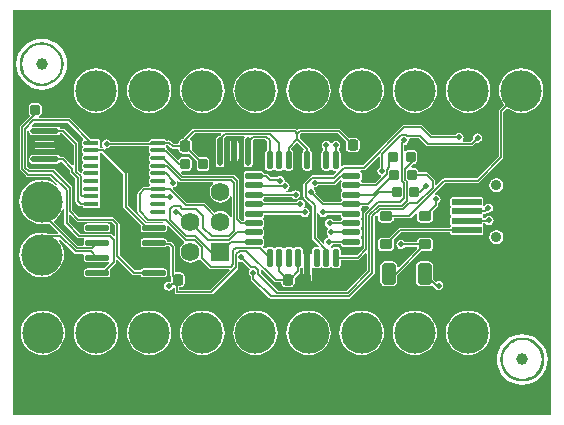
<source format=gtl>
G04 Layer_Physical_Order=1*
G04 Layer_Color=255*
%FSLAX25Y25*%
%MOIN*%
G70*
G01*
G75*
G04:AMPARAMS|DCode=10|XSize=34.25mil|YSize=38.19mil|CornerRadius=8.73mil|HoleSize=0mil|Usage=FLASHONLY|Rotation=180.000|XOffset=0mil|YOffset=0mil|HoleType=Round|Shape=RoundedRectangle|*
%AMROUNDEDRECTD10*
21,1,0.03425,0.02072,0,0,180.0*
21,1,0.01678,0.03819,0,0,180.0*
1,1,0.01747,-0.00839,0.01036*
1,1,0.01747,0.00839,0.01036*
1,1,0.01747,0.00839,-0.01036*
1,1,0.01747,-0.00839,-0.01036*
%
%ADD10ROUNDEDRECTD10*%
G04:AMPARAMS|DCode=11|XSize=46.06mil|YSize=71.65mil|CornerRadius=9.9mil|HoleSize=0mil|Usage=FLASHONLY|Rotation=0.000|XOffset=0mil|YOffset=0mil|HoleType=Round|Shape=RoundedRectangle|*
%AMROUNDEDRECTD11*
21,1,0.04606,0.05185,0,0,0.0*
21,1,0.02626,0.07165,0,0,0.0*
1,1,0.01981,0.01313,-0.02592*
1,1,0.01981,-0.01313,-0.02592*
1,1,0.01981,-0.01313,0.02592*
1,1,0.01981,0.01313,0.02592*
%
%ADD11ROUNDEDRECTD11*%
G04:AMPARAMS|DCode=12|XSize=43.31mil|YSize=33.47mil|CornerRadius=8.2mil|HoleSize=0mil|Usage=FLASHONLY|Rotation=0.000|XOffset=0mil|YOffset=0mil|HoleType=Round|Shape=RoundedRectangle|*
%AMROUNDEDRECTD12*
21,1,0.04331,0.01707,0,0,0.0*
21,1,0.02691,0.03347,0,0,0.0*
1,1,0.01640,0.01346,-0.00853*
1,1,0.01640,-0.01346,-0.00853*
1,1,0.01640,-0.01346,0.00853*
1,1,0.01640,0.01346,0.00853*
%
%ADD12ROUNDEDRECTD12*%
G04:AMPARAMS|DCode=13|XSize=32.28mil|YSize=36.61mil|CornerRadius=8.23mil|HoleSize=0mil|Usage=FLASHONLY|Rotation=180.000|XOffset=0mil|YOffset=0mil|HoleType=Round|Shape=RoundedRectangle|*
%AMROUNDEDRECTD13*
21,1,0.03228,0.02015,0,0,180.0*
21,1,0.01582,0.03661,0,0,180.0*
1,1,0.01647,-0.00791,0.01007*
1,1,0.01647,0.00791,0.01007*
1,1,0.01647,0.00791,-0.01007*
1,1,0.01647,-0.00791,-0.01007*
%
%ADD13ROUNDEDRECTD13*%
G04:AMPARAMS|DCode=14|XSize=59.05mil|YSize=22.44mil|CornerRadius=5.5mil|HoleSize=0mil|Usage=FLASHONLY|Rotation=90.000|XOffset=0mil|YOffset=0mil|HoleType=Round|Shape=RoundedRectangle|*
%AMROUNDEDRECTD14*
21,1,0.05905,0.01145,0,0,90.0*
21,1,0.04806,0.02244,0,0,90.0*
1,1,0.01100,0.00572,0.02403*
1,1,0.01100,0.00572,-0.02403*
1,1,0.01100,-0.00572,-0.02403*
1,1,0.01100,-0.00572,0.02403*
%
%ADD14ROUNDEDRECTD14*%
G04:AMPARAMS|DCode=15|XSize=59.05mil|YSize=22.44mil|CornerRadius=5.5mil|HoleSize=0mil|Usage=FLASHONLY|Rotation=180.000|XOffset=0mil|YOffset=0mil|HoleType=Round|Shape=RoundedRectangle|*
%AMROUNDEDRECTD15*
21,1,0.05905,0.01145,0,0,180.0*
21,1,0.04806,0.02244,0,0,180.0*
1,1,0.01100,-0.02403,0.00572*
1,1,0.01100,0.02403,0.00572*
1,1,0.01100,0.02403,-0.00572*
1,1,0.01100,-0.02403,-0.00572*
%
%ADD15ROUNDEDRECTD15*%
G04:AMPARAMS|DCode=16|XSize=50mil|YSize=15.35mil|CornerRadius=3.92mil|HoleSize=0mil|Usage=FLASHONLY|Rotation=0.000|XOffset=0mil|YOffset=0mil|HoleType=Round|Shape=RoundedRectangle|*
%AMROUNDEDRECTD16*
21,1,0.05000,0.00752,0,0,0.0*
21,1,0.04217,0.01535,0,0,0.0*
1,1,0.00783,0.02108,-0.00376*
1,1,0.00783,-0.02108,-0.00376*
1,1,0.00783,-0.02108,0.00376*
1,1,0.00783,0.02108,0.00376*
%
%ADD16ROUNDEDRECTD16*%
G04:AMPARAMS|DCode=17|XSize=78.74mil|YSize=18.5mil|CornerRadius=4.72mil|HoleSize=0mil|Usage=FLASHONLY|Rotation=180.000|XOffset=0mil|YOffset=0mil|HoleType=Round|Shape=RoundedRectangle|*
%AMROUNDEDRECTD17*
21,1,0.07874,0.00907,0,0,180.0*
21,1,0.06930,0.01850,0,0,180.0*
1,1,0.00944,-0.03465,0.00453*
1,1,0.00944,0.03465,0.00453*
1,1,0.00944,0.03465,-0.00453*
1,1,0.00944,-0.03465,-0.00453*
%
%ADD17ROUNDEDRECTD17*%
G04:AMPARAMS|DCode=18|XSize=43.7mil|YSize=18.5mil|CornerRadius=4.72mil|HoleSize=0mil|Usage=FLASHONLY|Rotation=90.000|XOffset=0mil|YOffset=0mil|HoleType=Round|Shape=RoundedRectangle|*
%AMROUNDEDRECTD18*
21,1,0.04370,0.00907,0,0,90.0*
21,1,0.03426,0.01850,0,0,90.0*
1,1,0.00944,0.00453,0.01713*
1,1,0.00944,0.00453,-0.01713*
1,1,0.00944,-0.00453,-0.01713*
1,1,0.00944,-0.00453,0.01713*
%
%ADD18ROUNDEDRECTD18*%
G04:AMPARAMS|DCode=19|XSize=43.7mil|YSize=18.5mil|CornerRadius=4.72mil|HoleSize=0mil|Usage=FLASHONLY|Rotation=90.000|XOffset=0mil|YOffset=0mil|HoleType=Round|Shape=RoundedRectangle|*
%AMROUNDEDRECTD19*
21,1,0.04370,0.00907,0,0,90.0*
21,1,0.03426,0.01850,0,0,90.0*
1,1,0.00944,0.00453,0.01713*
1,1,0.00944,0.00453,-0.01713*
1,1,0.00944,-0.00453,-0.01713*
1,1,0.00944,-0.00453,0.01713*
%
%ADD19ROUNDEDRECTD19*%
%ADD20R,0.09842X0.01968*%
%ADD21R,0.09842X0.07874*%
G04:AMPARAMS|DCode=22|XSize=43.7mil|YSize=18.5mil|CornerRadius=4.72mil|HoleSize=0mil|Usage=FLASHONLY|Rotation=0.000|XOffset=0mil|YOffset=0mil|HoleType=Round|Shape=RoundedRectangle|*
%AMROUNDEDRECTD22*
21,1,0.04370,0.00907,0,0,0.0*
21,1,0.03426,0.01850,0,0,0.0*
1,1,0.00944,0.01713,-0.00453*
1,1,0.00944,-0.01713,-0.00453*
1,1,0.00944,-0.01713,0.00453*
1,1,0.00944,0.01713,0.00453*
%
%ADD22ROUNDEDRECTD22*%
G04:AMPARAMS|DCode=23|XSize=43.7mil|YSize=18.5mil|CornerRadius=4.72mil|HoleSize=0mil|Usage=FLASHONLY|Rotation=180.000|XOffset=0mil|YOffset=0mil|HoleType=Round|Shape=RoundedRectangle|*
%AMROUNDEDRECTD23*
21,1,0.04370,0.00907,0,0,180.0*
21,1,0.03426,0.01850,0,0,180.0*
1,1,0.00944,-0.01713,0.00453*
1,1,0.00944,0.01713,0.00453*
1,1,0.00944,0.01713,-0.00453*
1,1,0.00944,-0.01713,-0.00453*
%
%ADD23ROUNDEDRECTD23*%
%ADD24C,0.00500*%
%ADD25C,0.01850*%
%ADD26C,0.01968*%
%ADD27R,0.06260X0.06260*%
%ADD28C,0.06260*%
%ADD29C,0.13780*%
%ADD30C,0.03543*%
%ADD31C,0.03937*%
%ADD32C,0.01968*%
G36*
X653508Y128185D02*
X474445D01*
Y263154D01*
X653508D01*
Y128185D01*
D02*
G37*
%LPC*%
G36*
X630472Y200738D02*
X620630D01*
X620247Y200580D01*
X620089Y200197D01*
Y198228D01*
X620247Y197846D01*
Y197430D01*
X620203Y197323D01*
X620089Y197047D01*
Y195079D01*
X620247Y194696D01*
Y194280D01*
X620203Y194173D01*
X620089Y193898D01*
Y191929D01*
X620247Y191546D01*
Y191131D01*
X620203Y191024D01*
X620089Y190748D01*
Y190529D01*
X603307D01*
X603015Y190470D01*
X602766Y190305D01*
X602766Y190305D01*
X599700Y187239D01*
X597237D01*
X596722Y187136D01*
X596286Y186844D01*
X595994Y186408D01*
X595892Y185893D01*
Y184186D01*
X595994Y183671D01*
X596286Y183234D01*
X596722Y182943D01*
X597237Y182840D01*
X599928D01*
X600443Y182943D01*
X600880Y183234D01*
X601171Y183671D01*
X601274Y184186D01*
Y185893D01*
X601171Y186408D01*
X601116Y186491D01*
X603624Y188999D01*
X620089D01*
Y188779D01*
X620247Y188397D01*
X620630Y188238D01*
X630472D01*
X630855Y188397D01*
X631014Y188779D01*
Y190748D01*
X630855Y191131D01*
Y191546D01*
X630899Y191654D01*
X631014Y191929D01*
Y192149D01*
X631764D01*
X631902Y191942D01*
X632393Y191614D01*
X632972Y191498D01*
X633552Y191614D01*
X634043Y191942D01*
X634371Y192433D01*
X634486Y193012D01*
X634371Y193591D01*
X634043Y194082D01*
X633552Y194410D01*
X632972Y194525D01*
X632393Y194410D01*
X631902Y194082D01*
X631633Y193678D01*
X631014D01*
Y193898D01*
X630855Y194280D01*
Y194696D01*
X630899Y194803D01*
X631014Y195079D01*
Y195298D01*
X631791D01*
X632084Y195357D01*
X632332Y195522D01*
X632415Y195606D01*
X632776Y195534D01*
X633355Y195649D01*
X633846Y195977D01*
X634174Y196468D01*
X634289Y197047D01*
X634174Y197626D01*
X633846Y198117D01*
X633355Y198445D01*
X632776Y198561D01*
X632197Y198445D01*
X631706Y198117D01*
X631467Y197761D01*
X630950Y197848D01*
X630897Y197947D01*
X631014Y198228D01*
Y200197D01*
X630855Y200580D01*
X630472Y200738D01*
D02*
G37*
G36*
X537402Y162937D02*
X535953Y162795D01*
X534560Y162372D01*
X533276Y161686D01*
X532151Y160762D01*
X531227Y159637D01*
X530541Y158353D01*
X530119Y156960D01*
X529976Y155512D01*
X530119Y154063D01*
X530541Y152670D01*
X531227Y151386D01*
X532151Y150261D01*
X533276Y149338D01*
X534560Y148652D01*
X535953Y148229D01*
X537402Y148086D01*
X538850Y148229D01*
X540243Y148652D01*
X541527Y149338D01*
X542652Y150261D01*
X543576Y151386D01*
X544262Y152670D01*
X544684Y154063D01*
X544827Y155512D01*
X544684Y156960D01*
X544262Y158353D01*
X543576Y159637D01*
X542652Y160762D01*
X541527Y161686D01*
X540243Y162372D01*
X538850Y162795D01*
X537402Y162937D01*
D02*
G37*
G36*
X555118D02*
X553670Y162795D01*
X552277Y162372D01*
X550993Y161686D01*
X549867Y160762D01*
X548944Y159637D01*
X548258Y158353D01*
X547835Y156960D01*
X547693Y155512D01*
X547835Y154063D01*
X548258Y152670D01*
X548944Y151386D01*
X549867Y150261D01*
X550993Y149338D01*
X552277Y148652D01*
X553670Y148229D01*
X555118Y148086D01*
X556567Y148229D01*
X557960Y148652D01*
X559243Y149338D01*
X560369Y150261D01*
X561292Y151386D01*
X561978Y152670D01*
X562401Y154063D01*
X562544Y155512D01*
X562401Y156960D01*
X561978Y158353D01*
X561292Y159637D01*
X560369Y160762D01*
X559243Y161686D01*
X557960Y162372D01*
X556567Y162795D01*
X555118Y162937D01*
D02*
G37*
G36*
X519685D02*
X518236Y162795D01*
X516843Y162372D01*
X515560Y161686D01*
X514434Y160762D01*
X513511Y159637D01*
X512825Y158353D01*
X512402Y156960D01*
X512259Y155512D01*
X512402Y154063D01*
X512825Y152670D01*
X513511Y151386D01*
X514434Y150261D01*
X515560Y149338D01*
X516843Y148652D01*
X518236Y148229D01*
X519685Y148086D01*
X521134Y148229D01*
X522527Y148652D01*
X523810Y149338D01*
X524936Y150261D01*
X525859Y151386D01*
X526545Y152670D01*
X526968Y154063D01*
X527111Y155512D01*
X526968Y156960D01*
X526545Y158353D01*
X525859Y159637D01*
X524936Y160762D01*
X523810Y161686D01*
X522527Y162372D01*
X521134Y162795D01*
X519685Y162937D01*
D02*
G37*
G36*
X484252D02*
X482803Y162795D01*
X481410Y162372D01*
X480127Y161686D01*
X479001Y160762D01*
X478078Y159637D01*
X477392Y158353D01*
X476969Y156960D01*
X476826Y155512D01*
X476969Y154063D01*
X477392Y152670D01*
X478078Y151386D01*
X479001Y150261D01*
X480127Y149338D01*
X481410Y148652D01*
X482803Y148229D01*
X484252Y148086D01*
X485701Y148229D01*
X487094Y148652D01*
X488377Y149338D01*
X489503Y150261D01*
X490426Y151386D01*
X491112Y152670D01*
X491535Y154063D01*
X491678Y155512D01*
X491535Y156960D01*
X491112Y158353D01*
X490426Y159637D01*
X489503Y160762D01*
X488377Y161686D01*
X487094Y162372D01*
X485701Y162795D01*
X484252Y162937D01*
D02*
G37*
G36*
X635539Y207062D02*
X635433Y207041D01*
X635327Y207062D01*
X634636Y206924D01*
X634547Y206864D01*
X634441Y206843D01*
X633855Y206452D01*
X633795Y206362D01*
X633706Y206302D01*
X633314Y205716D01*
X633293Y205611D01*
X633233Y205521D01*
X633096Y204830D01*
X633107Y204776D01*
X633085Y204724D01*
X633107Y204673D01*
X633096Y204619D01*
X633233Y203928D01*
X633293Y203838D01*
X633314Y203732D01*
X633706Y203146D01*
X633795Y203087D01*
X633855Y202997D01*
X634441Y202606D01*
X634547Y202585D01*
X634636Y202525D01*
X635327Y202387D01*
X635433Y202408D01*
X635539Y202387D01*
X636230Y202525D01*
X636319Y202585D01*
X636425Y202606D01*
X637011Y202997D01*
X637071Y203087D01*
X637160Y203146D01*
X637552Y203732D01*
X637573Y203838D01*
X637633Y203928D01*
X637770Y204619D01*
X637759Y204673D01*
X637781Y204724D01*
X637759Y204776D01*
X637770Y204830D01*
X637633Y205521D01*
X637573Y205611D01*
X637552Y205716D01*
X637160Y206302D01*
X637071Y206362D01*
X637011Y206452D01*
X636425Y206843D01*
X636319Y206864D01*
X636230Y206924D01*
X635539Y207062D01*
D02*
G37*
G36*
X501968Y162937D02*
X500520Y162795D01*
X499127Y162372D01*
X497843Y161686D01*
X496718Y160762D01*
X495794Y159637D01*
X495108Y158353D01*
X494686Y156960D01*
X494543Y155512D01*
X494686Y154063D01*
X495108Y152670D01*
X495794Y151386D01*
X496718Y150261D01*
X497843Y149338D01*
X499127Y148652D01*
X500520Y148229D01*
X501968Y148086D01*
X503417Y148229D01*
X504810Y148652D01*
X506094Y149338D01*
X507219Y150261D01*
X508143Y151386D01*
X508829Y152670D01*
X509251Y154063D01*
X509394Y155512D01*
X509251Y156960D01*
X508829Y158353D01*
X508143Y159637D01*
X507219Y160762D01*
X506094Y161686D01*
X504810Y162372D01*
X503417Y162795D01*
X501968Y162937D01*
D02*
G37*
G36*
X608268D02*
X606819Y162795D01*
X605426Y162372D01*
X604142Y161686D01*
X603017Y160762D01*
X602094Y159637D01*
X601407Y158353D01*
X600985Y156960D01*
X600842Y155512D01*
X600985Y154063D01*
X601407Y152670D01*
X602094Y151386D01*
X603017Y150261D01*
X604142Y149338D01*
X605426Y148652D01*
X606819Y148229D01*
X608268Y148086D01*
X609716Y148229D01*
X611109Y148652D01*
X612393Y149338D01*
X613518Y150261D01*
X614442Y151386D01*
X615128Y152670D01*
X615551Y154063D01*
X615693Y155512D01*
X615551Y156960D01*
X615128Y158353D01*
X614442Y159637D01*
X613518Y160762D01*
X612393Y161686D01*
X611109Y162372D01*
X609716Y162795D01*
X608268Y162937D01*
D02*
G37*
G36*
X625984D02*
X624536Y162795D01*
X623143Y162372D01*
X621859Y161686D01*
X620734Y160762D01*
X619810Y159637D01*
X619124Y158353D01*
X618701Y156960D01*
X618559Y155512D01*
X618701Y154063D01*
X619124Y152670D01*
X619810Y151386D01*
X620734Y150261D01*
X621859Y149338D01*
X623143Y148652D01*
X624536Y148229D01*
X625984Y148086D01*
X627433Y148229D01*
X628826Y148652D01*
X630110Y149338D01*
X631235Y150261D01*
X632158Y151386D01*
X632844Y152670D01*
X633267Y154063D01*
X633410Y155512D01*
X633267Y156960D01*
X632844Y158353D01*
X632158Y159637D01*
X631235Y160762D01*
X630110Y161686D01*
X628826Y162372D01*
X627433Y162795D01*
X625984Y162937D01*
D02*
G37*
G36*
X612809Y179309D02*
X610183D01*
X609602Y179193D01*
X609109Y178864D01*
X608779Y178371D01*
X608664Y177789D01*
Y172605D01*
X608779Y172023D01*
X609109Y171530D01*
X609602Y171201D01*
X610183Y171085D01*
X612809D01*
X613390Y171201D01*
X613883Y171530D01*
X614064Y171548D01*
X614697Y170914D01*
X614744Y170681D01*
X615072Y170190D01*
X615563Y169862D01*
X616142Y169746D01*
X616721Y169862D01*
X617212Y170190D01*
X617540Y170681D01*
X617655Y171260D01*
X617540Y171839D01*
X617212Y172330D01*
X616721Y172658D01*
X616142Y172773D01*
X615563Y172658D01*
X615295Y172479D01*
X614328Y173446D01*
Y177789D01*
X614213Y178371D01*
X613883Y178864D01*
X613390Y179193D01*
X612809Y179309D01*
D02*
G37*
G36*
X612999Y187239D02*
X610308D01*
X609793Y187136D01*
X609356Y186844D01*
X609065Y186408D01*
X608962Y185893D01*
Y185804D01*
X604817D01*
X604613Y186109D01*
X604122Y186437D01*
X603543Y186553D01*
X602964Y186437D01*
X602473Y186109D01*
X602145Y185618D01*
X602030Y185039D01*
X602145Y184460D01*
X602473Y183969D01*
X602964Y183641D01*
X603543Y183526D01*
X604122Y183641D01*
X604613Y183969D01*
X604817Y184275D01*
X608962D01*
Y184186D01*
X609065Y183671D01*
X609120Y183588D01*
X602822Y177289D01*
X602360Y177480D01*
Y177789D01*
X602244Y178371D01*
X601915Y178864D01*
X601422Y179193D01*
X600840Y179309D01*
X598215D01*
X597633Y179193D01*
X597140Y178864D01*
X596811Y178371D01*
X596695Y177789D01*
Y172605D01*
X596811Y172023D01*
X597140Y171530D01*
X597633Y171201D01*
X598215Y171085D01*
X600840D01*
X601422Y171201D01*
X601915Y171530D01*
X602244Y172023D01*
X602360Y172605D01*
Y174664D01*
X610536Y182840D01*
X612999D01*
X613514Y182943D01*
X613951Y183234D01*
X614242Y183671D01*
X614345Y184186D01*
Y185893D01*
X614242Y186408D01*
X613951Y186844D01*
X613514Y187136D01*
X612999Y187239D01*
D02*
G37*
G36*
X635539Y189739D02*
X635433Y189718D01*
X635327Y189739D01*
X634636Y189601D01*
X634547Y189541D01*
X634441Y189520D01*
X633855Y189129D01*
X633795Y189039D01*
X633706Y188979D01*
X633314Y188393D01*
X633293Y188288D01*
X633233Y188198D01*
X633096Y187507D01*
X633107Y187453D01*
X633085Y187402D01*
X633107Y187350D01*
X633096Y187296D01*
X633233Y186605D01*
X633293Y186515D01*
X633314Y186410D01*
X633706Y185824D01*
X633795Y185764D01*
X633855Y185674D01*
X634441Y185283D01*
X634547Y185262D01*
X634636Y185202D01*
X635327Y185064D01*
X635433Y185085D01*
X635539Y185064D01*
X636230Y185202D01*
X636319Y185262D01*
X636425Y185283D01*
X637011Y185674D01*
X637071Y185764D01*
X637160Y185824D01*
X637552Y186410D01*
X637573Y186515D01*
X637633Y186605D01*
X637770Y187296D01*
X637759Y187350D01*
X637781Y187402D01*
X637759Y187453D01*
X637770Y187507D01*
X637633Y188198D01*
X637573Y188288D01*
X637552Y188393D01*
X637160Y188979D01*
X637071Y189039D01*
X637011Y189129D01*
X636425Y189520D01*
X636319Y189541D01*
X636230Y189601D01*
X635539Y189739D01*
D02*
G37*
G36*
X572835Y162937D02*
X571386Y162795D01*
X569993Y162372D01*
X568709Y161686D01*
X567584Y160762D01*
X566661Y159637D01*
X565974Y158353D01*
X565552Y156960D01*
X565409Y155512D01*
X565552Y154063D01*
X565974Y152670D01*
X566661Y151386D01*
X567584Y150261D01*
X568709Y149338D01*
X569993Y148652D01*
X571386Y148229D01*
X572835Y148086D01*
X574283Y148229D01*
X575676Y148652D01*
X576960Y149338D01*
X578085Y150261D01*
X579009Y151386D01*
X579695Y152670D01*
X580118Y154063D01*
X580260Y155512D01*
X580118Y156960D01*
X579695Y158353D01*
X579009Y159637D01*
X578085Y160762D01*
X576960Y161686D01*
X575676Y162372D01*
X574283Y162795D01*
X572835Y162937D01*
D02*
G37*
G36*
X590551D02*
X589103Y162795D01*
X587710Y162372D01*
X586426Y161686D01*
X585300Y160762D01*
X584377Y159637D01*
X583691Y158353D01*
X583268Y156960D01*
X583126Y155512D01*
X583268Y154063D01*
X583691Y152670D01*
X584377Y151386D01*
X585300Y150261D01*
X586426Y149338D01*
X587710Y148652D01*
X589103Y148229D01*
X590551Y148086D01*
X592000Y148229D01*
X593393Y148652D01*
X594677Y149338D01*
X595802Y150261D01*
X596725Y151386D01*
X597411Y152670D01*
X597834Y154063D01*
X597977Y155512D01*
X597834Y156960D01*
X597411Y158353D01*
X596725Y159637D01*
X595802Y160762D01*
X594677Y161686D01*
X593393Y162372D01*
X592000Y162795D01*
X590551Y162937D01*
D02*
G37*
G36*
Y243646D02*
X589103Y243503D01*
X587710Y243081D01*
X586426Y242395D01*
X585300Y241471D01*
X584377Y240346D01*
X583691Y239062D01*
X583268Y237669D01*
X583126Y236221D01*
X583268Y234772D01*
X583691Y233379D01*
X584377Y232095D01*
X585300Y230970D01*
X586426Y230046D01*
X587710Y229360D01*
X589103Y228938D01*
X590551Y228795D01*
X592000Y228938D01*
X593393Y229360D01*
X594677Y230046D01*
X595802Y230970D01*
X596725Y232095D01*
X597411Y233379D01*
X597834Y234772D01*
X597977Y236221D01*
X597834Y237669D01*
X597411Y239062D01*
X596725Y240346D01*
X595802Y241471D01*
X594677Y242395D01*
X593393Y243081D01*
X592000Y243503D01*
X590551Y243646D01*
D02*
G37*
G36*
X572835D02*
X571386Y243503D01*
X569993Y243081D01*
X568709Y242395D01*
X567584Y241471D01*
X566661Y240346D01*
X565974Y239062D01*
X565552Y237669D01*
X565409Y236221D01*
X565552Y234772D01*
X565974Y233379D01*
X566661Y232095D01*
X567584Y230970D01*
X568709Y230046D01*
X569993Y229360D01*
X571386Y228938D01*
X572835Y228795D01*
X574283Y228938D01*
X575676Y229360D01*
X576960Y230046D01*
X578085Y230970D01*
X579009Y232095D01*
X579695Y233379D01*
X580118Y234772D01*
X580260Y236221D01*
X580118Y237669D01*
X579695Y239062D01*
X579009Y240346D01*
X578085Y241471D01*
X576960Y242395D01*
X575676Y243081D01*
X574283Y243503D01*
X572835Y243646D01*
D02*
G37*
G36*
X555118D02*
X553670Y243503D01*
X552277Y243081D01*
X550993Y242395D01*
X549867Y241471D01*
X548944Y240346D01*
X548258Y239062D01*
X547835Y237669D01*
X547693Y236221D01*
X547835Y234772D01*
X548258Y233379D01*
X548944Y232095D01*
X549867Y230970D01*
X550993Y230046D01*
X552277Y229360D01*
X553670Y228938D01*
X555118Y228795D01*
X556567Y228938D01*
X557960Y229360D01*
X559243Y230046D01*
X560369Y230970D01*
X561292Y232095D01*
X561978Y233379D01*
X562401Y234772D01*
X562544Y236221D01*
X562401Y237669D01*
X561978Y239062D01*
X561292Y240346D01*
X560369Y241471D01*
X559243Y242395D01*
X557960Y243081D01*
X556567Y243503D01*
X555118Y243646D01*
D02*
G37*
G36*
X608268D02*
X606819Y243503D01*
X605426Y243081D01*
X604142Y242395D01*
X603017Y241471D01*
X602094Y240346D01*
X601407Y239062D01*
X600985Y237669D01*
X600842Y236221D01*
X600985Y234772D01*
X601407Y233379D01*
X602094Y232095D01*
X603017Y230970D01*
X604142Y230046D01*
X605426Y229360D01*
X606819Y228938D01*
X608268Y228795D01*
X609716Y228938D01*
X611109Y229360D01*
X612393Y230046D01*
X613518Y230970D01*
X614442Y232095D01*
X615128Y233379D01*
X615551Y234772D01*
X615693Y236221D01*
X615551Y237669D01*
X615128Y239062D01*
X614442Y240346D01*
X613518Y241471D01*
X612393Y242395D01*
X611109Y243081D01*
X609716Y243503D01*
X608268Y243646D01*
D02*
G37*
G36*
X644095Y155117D02*
X642443Y154955D01*
X640856Y154473D01*
X639392Y153691D01*
X638110Y152638D01*
X637057Y151356D01*
X636275Y149893D01*
X635793Y148305D01*
X635631Y146653D01*
X635793Y145002D01*
X636275Y143414D01*
X637057Y141951D01*
X638110Y140669D01*
X639392Y139616D01*
X640856Y138834D01*
X642443Y138352D01*
X644095Y138190D01*
X645746Y138352D01*
X647333Y138834D01*
X648797Y139616D01*
X650079Y140669D01*
X651132Y141951D01*
X651914Y143414D01*
X652396Y145002D01*
X652559Y146653D01*
X652396Y148305D01*
X651914Y149893D01*
X651132Y151356D01*
X650079Y152638D01*
X648797Y153691D01*
X647333Y154473D01*
X645746Y154955D01*
X644095Y155117D01*
D02*
G37*
G36*
X483858Y253543D02*
X482207Y253380D01*
X480619Y252899D01*
X479156Y252116D01*
X477873Y251064D01*
X476821Y249781D01*
X476039Y248318D01*
X475557Y246730D01*
X475394Y245079D01*
X475557Y243427D01*
X476039Y241840D01*
X476821Y240376D01*
X477873Y239094D01*
X479156Y238041D01*
X480619Y237259D01*
X482207Y236777D01*
X483858Y236615D01*
X485509Y236777D01*
X487097Y237259D01*
X488561Y238041D01*
X489843Y239094D01*
X490896Y240376D01*
X491678Y241840D01*
X492160Y243427D01*
X492322Y245079D01*
X492160Y246730D01*
X491678Y248318D01*
X490896Y249781D01*
X489843Y251064D01*
X488561Y252116D01*
X487097Y252899D01*
X485509Y253380D01*
X483858Y253543D01*
D02*
G37*
G36*
X625984Y243646D02*
X624536Y243503D01*
X623143Y243081D01*
X621859Y242395D01*
X620734Y241471D01*
X619810Y240346D01*
X619124Y239062D01*
X618701Y237669D01*
X618559Y236221D01*
X618701Y234772D01*
X619124Y233379D01*
X619810Y232095D01*
X620734Y230970D01*
X621859Y230046D01*
X623143Y229360D01*
X624536Y228938D01*
X625984Y228795D01*
X627433Y228938D01*
X628826Y229360D01*
X630110Y230046D01*
X631235Y230970D01*
X632158Y232095D01*
X632844Y233379D01*
X633267Y234772D01*
X633410Y236221D01*
X633267Y237669D01*
X632844Y239062D01*
X632158Y240346D01*
X631235Y241471D01*
X630110Y242395D01*
X628826Y243081D01*
X627433Y243503D01*
X625984Y243646D01*
D02*
G37*
G36*
X643701D02*
X642252Y243503D01*
X640859Y243081D01*
X639575Y242395D01*
X638450Y241471D01*
X637527Y240346D01*
X636840Y239062D01*
X636418Y237669D01*
X636275Y236221D01*
X636418Y234772D01*
X636840Y233379D01*
X637527Y232095D01*
X637963Y231564D01*
X636467Y230068D01*
X636301Y229820D01*
X636243Y229528D01*
Y214490D01*
X628817Y207064D01*
X618110D01*
X617818Y207006D01*
X617569Y206840D01*
X617569Y206840D01*
X615400Y204670D01*
X614938Y204862D01*
Y206299D01*
X614880Y206592D01*
X614714Y206840D01*
X614714Y206840D01*
X612745Y208808D01*
X612497Y208974D01*
X612205Y209032D01*
X609443D01*
Y209275D01*
X609340Y209791D01*
X609048Y210229D01*
X608610Y210522D01*
X608094Y210624D01*
X607241D01*
X607050Y211086D01*
X607800Y211836D01*
X608217Y211919D01*
X608654Y212212D01*
X608947Y212649D01*
X609050Y213166D01*
Y215181D01*
X608947Y215697D01*
X608654Y216135D01*
X608217Y216427D01*
X607700Y216530D01*
X606118D01*
X605602Y216427D01*
X605202Y216160D01*
X605013Y216202D01*
X604702Y216342D01*
Y218153D01*
X604724Y218172D01*
X605303Y218287D01*
X605794Y218615D01*
X606122Y219106D01*
X606238Y219685D01*
X606176Y219995D01*
X606524Y220495D01*
X609526D01*
X612058Y217963D01*
X612306Y217797D01*
X612598Y217739D01*
X627165D01*
X627458Y217797D01*
X627706Y217963D01*
X628774Y219031D01*
X629134Y218959D01*
X629713Y219074D01*
X630204Y219402D01*
X630532Y219893D01*
X630647Y220472D01*
X630532Y221052D01*
X630204Y221543D01*
X629713Y221871D01*
X629134Y221986D01*
X628555Y221871D01*
X628064Y221543D01*
X627736Y221052D01*
X627621Y220472D01*
X627692Y220112D01*
X626849Y219269D01*
X624403D01*
X624377Y219297D01*
X624182Y219769D01*
X624410Y220110D01*
X624525Y220689D01*
X624410Y221268D01*
X624082Y221759D01*
X623591Y222087D01*
X623012Y222202D01*
X622433Y222087D01*
X621942Y221759D01*
X621738Y221454D01*
X613880D01*
X610777Y224556D01*
X610529Y224722D01*
X610236Y224780D01*
X604724D01*
X604432Y224722D01*
X604184Y224556D01*
X591022Y211395D01*
X584646D01*
X584353Y211336D01*
X584105Y211171D01*
X584032Y211098D01*
X583532Y211305D01*
Y215513D01*
X583451Y215923D01*
X583219Y216270D01*
X582963Y216441D01*
X582893Y216810D01*
X582907Y217005D01*
X582960Y217040D01*
X583288Y217531D01*
X583403Y218110D01*
X583288Y218689D01*
X582960Y219180D01*
X582469Y219508D01*
X581890Y219624D01*
X581311Y219508D01*
X580820Y219180D01*
X580593Y218841D01*
X580546Y218825D01*
X580084D01*
X580037Y218841D01*
X579810Y219180D01*
X579319Y219508D01*
X578740Y219624D01*
X578161Y219508D01*
X577670Y219180D01*
X577342Y218689D01*
X577227Y218110D01*
X577342Y217531D01*
X577670Y217040D01*
X577723Y217005D01*
X577737Y216810D01*
X577667Y216441D01*
X577411Y216270D01*
X577179Y215923D01*
X577098Y215513D01*
Y210707D01*
X577179Y210298D01*
X577411Y209950D01*
X577758Y209718D01*
X578168Y209637D01*
X579312D01*
X579722Y209718D01*
X580069Y209950D01*
X580561D01*
X580908Y209718D01*
X581318Y209637D01*
X581864D01*
X582071Y209137D01*
X580945Y208011D01*
X574085D01*
X574085Y208011D01*
X573792Y207952D01*
X573544Y207787D01*
X571347Y205590D01*
X571181Y205342D01*
X571123Y205049D01*
Y200947D01*
X571181Y200654D01*
X571347Y200406D01*
X574039Y197715D01*
Y187008D01*
X574097Y186715D01*
X574262Y186467D01*
X576168Y184562D01*
X575959Y184064D01*
X575018D01*
X574609Y183982D01*
X574261Y183750D01*
X574029Y183403D01*
X573948Y182993D01*
Y181907D01*
X573714Y181775D01*
X573448Y181703D01*
X573020Y181989D01*
X572441Y182104D01*
X571862Y181989D01*
X571434Y181703D01*
X571168Y181775D01*
X570934Y181907D01*
Y182993D01*
X570853Y183403D01*
X570620Y183750D01*
X570273Y183982D01*
X569864Y184064D01*
X568719D01*
X568309Y183982D01*
X567962Y183750D01*
X567471D01*
X567124Y183982D01*
X566714Y184064D01*
X565569D01*
X565160Y183982D01*
X564813Y183750D01*
X564321D01*
X563974Y183982D01*
X563564Y184064D01*
X562420D01*
X562010Y183982D01*
X561663Y183750D01*
X561172D01*
X560824Y183982D01*
X560415Y184064D01*
X559270D01*
X558861Y183982D01*
X558513Y183750D01*
X558032Y183757D01*
X557773Y184016D01*
X557766Y184498D01*
X557998Y184845D01*
X558080Y185255D01*
Y186399D01*
X557998Y186809D01*
X557766Y187156D01*
Y187647D01*
X557998Y187995D01*
X558080Y188404D01*
Y189549D01*
X557998Y189958D01*
X557766Y190305D01*
Y190797D01*
X557998Y191144D01*
X558080Y191554D01*
Y192698D01*
X557998Y193108D01*
X557766Y193455D01*
Y193947D01*
X557998Y194294D01*
X558080Y194703D01*
Y194905D01*
X570379D01*
X570583Y194599D01*
X571074Y194271D01*
X571654Y194156D01*
X572233Y194271D01*
X572724Y194599D01*
X573052Y195090D01*
X573167Y195669D01*
X573052Y196248D01*
X572724Y196739D01*
X572233Y197067D01*
X571654Y197183D01*
X571632Y197178D01*
X571331Y197628D01*
X571477Y197846D01*
X571592Y198425D01*
X571477Y199004D01*
X571149Y199495D01*
X570658Y199823D01*
X570079Y199938D01*
X569500Y199823D01*
X569009Y199495D01*
X568805Y199190D01*
X558041D01*
X557998Y199407D01*
X557766Y199754D01*
Y200246D01*
X557998Y200593D01*
X558041Y200810D01*
X567230D01*
X567434Y200505D01*
X567925Y200177D01*
X568504Y200061D01*
X569083Y200177D01*
X569574Y200505D01*
X569902Y200996D01*
X570017Y201575D01*
X569902Y202154D01*
X569574Y202645D01*
X569083Y202973D01*
X568504Y203088D01*
X567925Y202973D01*
X567434Y202645D01*
X567230Y202340D01*
X565303D01*
X565267Y202369D01*
X565381Y202901D01*
X565540Y202933D01*
X566031Y203261D01*
X566359Y203752D01*
X566474Y204331D01*
X566359Y204910D01*
X566031Y205401D01*
X565540Y205729D01*
X565264Y205784D01*
X564899Y206299D01*
X564784Y206878D01*
X564456Y207369D01*
X563965Y207697D01*
X563386Y207812D01*
X562807Y207697D01*
X562316Y207369D01*
X562310Y207361D01*
X560256D01*
X559202Y208415D01*
X558954Y208580D01*
X558661Y208639D01*
X558041D01*
X557998Y208856D01*
X557766Y209203D01*
X557419Y209435D01*
X557009Y209517D01*
X552203D01*
X551794Y209435D01*
X551446Y209203D01*
X551215Y208856D01*
X551133Y208446D01*
Y207302D01*
X551215Y206892D01*
X551446Y206545D01*
Y206053D01*
X551215Y205706D01*
X551133Y205297D01*
Y204152D01*
X551215Y203743D01*
X551446Y203395D01*
Y202904D01*
X551215Y202557D01*
X551133Y202147D01*
Y201003D01*
X551215Y200593D01*
X551446Y200246D01*
Y199754D01*
X551215Y199407D01*
X551133Y198997D01*
Y197853D01*
X551215Y197443D01*
X551446Y197096D01*
Y196605D01*
X551215Y196257D01*
X551133Y195848D01*
Y194703D01*
X551215Y194294D01*
X551446Y193947D01*
Y193455D01*
X551215Y193108D01*
X551184Y192955D01*
X550698Y192903D01*
X549796Y193805D01*
Y206087D01*
X549738Y206379D01*
X549572Y206627D01*
X548178Y208021D01*
X547930Y208187D01*
X547638Y208245D01*
X531025D01*
X530345Y208925D01*
X530359Y209049D01*
X530882Y209454D01*
X532464D01*
X532980Y209557D01*
X533418Y209850D01*
X533711Y210287D01*
X533813Y210804D01*
Y212819D01*
X533711Y213335D01*
X533418Y213773D01*
X532980Y214065D01*
X532464Y214168D01*
X530882D01*
X530366Y214065D01*
X529928Y213773D01*
X529699Y213429D01*
X529152Y213268D01*
X525738Y216683D01*
X525605Y216771D01*
X525547Y217063D01*
X525350Y217357D01*
Y217804D01*
X525387Y217934D01*
X525452Y218032D01*
X526095Y218099D01*
X527018Y217176D01*
X527266Y217010D01*
X527559Y216952D01*
X527559Y216952D01*
X529453D01*
Y216681D01*
X529560Y216145D01*
X529864Y215690D01*
X530318Y215387D01*
X530854Y215280D01*
X532532D01*
X532962Y215366D01*
X535483Y212845D01*
X535478Y212819D01*
Y210804D01*
X535581Y210287D01*
X535873Y209850D01*
X536311Y209557D01*
X536827Y209454D01*
X538409D01*
X538925Y209557D01*
X539363Y209850D01*
X539655Y210287D01*
X539758Y210804D01*
Y212819D01*
X539655Y213335D01*
X539363Y213773D01*
X538925Y214065D01*
X538409Y214168D01*
X536827D01*
X536407Y214084D01*
X533912Y216579D01*
X533932Y216681D01*
Y218753D01*
X533826Y219288D01*
X533522Y219743D01*
X533414Y219815D01*
X533351Y220459D01*
X534962Y222070D01*
X543564D01*
X543755Y221608D01*
X543554Y221407D01*
X543542Y221389D01*
X543525Y221376D01*
X543459Y221266D01*
X543388Y221159D01*
X543384Y221138D01*
X543373Y221119D01*
X543349Y221051D01*
X542854D01*
X542475Y220975D01*
X542153Y220760D01*
X541938Y220439D01*
X541863Y220060D01*
Y218667D01*
X541854Y218622D01*
Y213661D01*
X541863Y213617D01*
Y211673D01*
X541938Y211293D01*
X542153Y210972D01*
X542475Y210757D01*
X542854Y210682D01*
X543760D01*
X544140Y210757D01*
X544461Y210972D01*
X544676Y211293D01*
X544751Y211673D01*
Y213617D01*
X544760Y213661D01*
Y218622D01*
X544751Y218667D01*
Y220060D01*
X544704Y220295D01*
X544758Y220449D01*
X545380Y221070D01*
X551234D01*
X551475Y220570D01*
X551387Y220439D01*
X551312Y220060D01*
Y218667D01*
X551303Y218622D01*
Y213661D01*
X551312Y213617D01*
Y211673D01*
X551387Y211293D01*
X551602Y210972D01*
X551923Y210757D01*
X552303Y210682D01*
X553209D01*
X553588Y210757D01*
X553910Y210972D01*
X554125Y211293D01*
X554200Y211673D01*
Y213617D01*
X554209Y213661D01*
Y218622D01*
X554200Y218667D01*
Y219654D01*
X554616Y220070D01*
X558376D01*
X559078Y219368D01*
Y216545D01*
X558861Y216502D01*
X558513Y216270D01*
X558281Y215923D01*
X558200Y215513D01*
Y210707D01*
X558281Y210298D01*
X558513Y209950D01*
X558861Y209718D01*
X559270Y209637D01*
X560415D01*
X560824Y209718D01*
X561172Y209950D01*
X561663D01*
X562010Y209718D01*
X562420Y209637D01*
X563564D01*
X563974Y209718D01*
X564321Y209950D01*
X564813D01*
X565160Y209718D01*
X565569Y209637D01*
X566714D01*
X567124Y209718D01*
X567471Y209950D01*
X567703Y210298D01*
X567784Y210707D01*
Y215513D01*
X567703Y215923D01*
X567471Y216270D01*
X567219Y216439D01*
X567116Y216840D01*
X567111Y217014D01*
X569095Y218997D01*
X571177Y216915D01*
X571113Y216271D01*
X571112Y216270D01*
X570880Y215923D01*
X570798Y215513D01*
Y210707D01*
X570880Y210298D01*
X571112Y209950D01*
X571459Y209718D01*
X571869Y209637D01*
X573013D01*
X573423Y209718D01*
X573770Y209950D01*
X574002Y210298D01*
X574084Y210707D01*
Y215513D01*
X574002Y215923D01*
X573770Y216270D01*
X573423Y216502D01*
X573206Y216545D01*
Y216732D01*
X573147Y217025D01*
X572982Y217273D01*
X569859Y220395D01*
Y221632D01*
X570297Y222070D01*
X582557D01*
X585379Y219248D01*
X585359Y219146D01*
Y217074D01*
X585465Y216538D01*
X585769Y216084D01*
X586223Y215780D01*
X586759Y215674D01*
X588438D01*
X588974Y215780D01*
X589428Y216084D01*
X589731Y216538D01*
X589838Y217074D01*
Y219146D01*
X589731Y219682D01*
X589428Y220136D01*
X588974Y220440D01*
X588438Y220547D01*
X586759D01*
X586329Y220461D01*
X583415Y223375D01*
X583167Y223541D01*
X582874Y223599D01*
X569980D01*
X569688Y223541D01*
X569440Y223375D01*
X569095Y223030D01*
X568749Y223375D01*
X568501Y223541D01*
X568209Y223599D01*
X534646D01*
X534353Y223541D01*
X534105Y223375D01*
X531152Y220423D01*
X530986Y220175D01*
X530982Y220153D01*
X530854D01*
X530318Y220046D01*
X529864Y219743D01*
X529560Y219288D01*
X529453Y218753D01*
Y218481D01*
X527876D01*
X526919Y219438D01*
X526885Y219461D01*
X526860Y219492D01*
X526762Y219543D01*
X526671Y219604D01*
X526631Y219612D01*
X526596Y219631D01*
X526486Y219641D01*
X526378Y219662D01*
X526339Y219654D01*
X526299Y219658D01*
X525555Y219581D01*
X525547Y219622D01*
X525350Y219917D01*
X525055Y220114D01*
X524707Y220183D01*
X520490D01*
X520142Y220114D01*
X519847Y219917D01*
X519650Y219622D01*
X519581Y219274D01*
Y219269D01*
X506786D01*
X506582Y219574D01*
X506091Y219902D01*
X505512Y220017D01*
X504933Y219902D01*
X504442Y219574D01*
X504114Y219083D01*
X503999Y218504D01*
X504114Y217925D01*
X504351Y217570D01*
X504178Y217199D01*
X504105Y217103D01*
X503315D01*
X503182Y217302D01*
X503145Y217432D01*
Y217879D01*
X503342Y218174D01*
X503411Y218521D01*
Y219274D01*
X503342Y219622D01*
X503145Y219917D01*
X502850Y220114D01*
X502502Y220183D01*
X500190D01*
X493454Y226919D01*
X493206Y227084D01*
X492913Y227143D01*
X482906D01*
X482856Y227643D01*
X482980Y227667D01*
X483418Y227960D01*
X483711Y228397D01*
X483813Y228914D01*
Y230929D01*
X483711Y231445D01*
X483418Y231883D01*
X482980Y232175D01*
X482464Y232278D01*
X480882D01*
X480366Y232175D01*
X479928Y231883D01*
X479636Y231445D01*
X479533Y230929D01*
Y228914D01*
X479636Y228397D01*
X479928Y227960D01*
X479934Y227905D01*
X476806Y224777D01*
X476640Y224529D01*
X476582Y224236D01*
Y210216D01*
X476640Y209923D01*
X476806Y209675D01*
X478754Y207727D01*
X478754Y207727D01*
X479002Y207561D01*
X479294Y207503D01*
X486691D01*
X488971Y205224D01*
X488634Y204853D01*
X487984Y205387D01*
X486700Y206073D01*
X485307Y206495D01*
X483858Y206638D01*
X482410Y206495D01*
X481017Y206073D01*
X479733Y205387D01*
X478608Y204463D01*
X477684Y203338D01*
X476998Y202054D01*
X476575Y200661D01*
X476433Y199213D01*
X476575Y197764D01*
X476998Y196371D01*
X477684Y195087D01*
X478608Y193962D01*
X479733Y193038D01*
X481017Y192352D01*
X482410Y191930D01*
X483858Y191787D01*
X485307Y191930D01*
X486235Y192211D01*
X489424Y189022D01*
X489233Y188560D01*
X486029D01*
X485307Y188779D01*
X483858Y188922D01*
X482410Y188779D01*
X481017Y188356D01*
X479733Y187670D01*
X478608Y186747D01*
X477684Y185622D01*
X476998Y184338D01*
X476575Y182945D01*
X476433Y181496D01*
X476575Y180047D01*
X476998Y178654D01*
X477684Y177371D01*
X478608Y176245D01*
X479733Y175322D01*
X481017Y174636D01*
X482410Y174213D01*
X483858Y174071D01*
X485307Y174213D01*
X486700Y174636D01*
X487984Y175322D01*
X489109Y176245D01*
X490032Y177371D01*
X490719Y178654D01*
X491141Y180047D01*
X491284Y181496D01*
X491141Y182945D01*
X490719Y184338D01*
X490032Y185622D01*
X489548Y186212D01*
X489751Y186753D01*
X489961Y186788D01*
X494631Y182118D01*
X494880Y181952D01*
X495172Y181894D01*
X497688D01*
X497962Y181403D01*
X497960Y181394D01*
X497887Y181024D01*
Y180117D01*
X497962Y179738D01*
X498177Y179417D01*
X498498Y179202D01*
X498877Y179127D01*
X505808D01*
X506145Y179194D01*
X506174Y179171D01*
X506290Y178631D01*
X504674Y177015D01*
X498877D01*
X498498Y176940D01*
X498177Y176725D01*
X497962Y176403D01*
X497887Y176024D01*
Y175118D01*
X497962Y174738D01*
X498177Y174417D01*
X498498Y174202D01*
X498877Y174127D01*
X505808D01*
X506187Y174202D01*
X506508Y174417D01*
X506723Y174738D01*
X506799Y175118D01*
Y176024D01*
X506723Y176403D01*
X506524Y176702D01*
X508415Y178593D01*
X508580Y178841D01*
X508639Y179134D01*
Y179784D01*
X509101Y179975D01*
X514046Y175030D01*
X514294Y174864D01*
X514587Y174806D01*
X516885D01*
X516899Y174738D01*
X517114Y174417D01*
X517435Y174202D01*
X517814Y174127D01*
X524745D01*
X525124Y174202D01*
X525445Y174417D01*
X525660Y174738D01*
X525736Y175118D01*
Y176024D01*
X525660Y176403D01*
X525445Y176725D01*
X525124Y176940D01*
X524745Y177015D01*
X517814D01*
X517435Y176940D01*
X517114Y176725D01*
X516899Y176403D01*
X516885Y176336D01*
X514903D01*
X509820Y181419D01*
Y191732D01*
X509762Y192025D01*
X509596Y192273D01*
X509596Y192273D01*
X508021Y193848D01*
X507773Y194014D01*
X507480Y194072D01*
X496380D01*
X494072Y196380D01*
Y203937D01*
X494072Y203937D01*
X494014Y204230D01*
X493848Y204478D01*
X493848Y204478D01*
X488336Y209990D01*
X488088Y210155D01*
X487795Y210213D01*
X479844D01*
X479111Y210947D01*
Y222977D01*
X479237Y223073D01*
X479737Y222827D01*
Y222381D01*
X479812Y222002D01*
X480027Y221681D01*
X480349Y221466D01*
X480728Y221390D01*
X482396D01*
X482441Y221381D01*
X487402D01*
X487446Y221390D01*
X489115D01*
X489494Y221466D01*
X489815Y221681D01*
X490030Y222002D01*
X490044Y222070D01*
X490628D01*
X494511Y218187D01*
Y211555D01*
X494049Y211363D01*
X491486Y213927D01*
X491237Y214092D01*
X490945Y214151D01*
X490044D01*
X490030Y214218D01*
X489815Y214540D01*
X489494Y214755D01*
X489115Y214830D01*
X486147D01*
X486102Y214839D01*
X482441Y214839D01*
X482396Y214830D01*
X480728D01*
X480349Y214755D01*
X480027Y214540D01*
X479812Y214218D01*
X479737Y213839D01*
Y212932D01*
X479812Y212553D01*
X480027Y212232D01*
X480349Y212017D01*
X480728Y211942D01*
X482396D01*
X482441Y211933D01*
X486102Y211933D01*
X486147Y211942D01*
X489115D01*
X489494Y212017D01*
X489815Y212232D01*
X490030Y212553D01*
X490044Y212621D01*
X490628D01*
X493330Y209920D01*
Y209067D01*
X493388Y208774D01*
X493554Y208526D01*
X495117Y206963D01*
Y199394D01*
X495175Y199101D01*
X495341Y198853D01*
X496310Y197885D01*
X496310Y197885D01*
X496558Y197719D01*
X496850Y197661D01*
X496850Y197661D01*
X497473D01*
X497643Y197406D01*
X497937Y197209D01*
X498285Y197140D01*
X502502D01*
X502850Y197209D01*
X503145Y197406D01*
X503342Y197701D01*
X503411Y198049D01*
Y198801D01*
X503342Y199149D01*
X503145Y199444D01*
Y199965D01*
X503342Y200260D01*
X503411Y200608D01*
Y201360D01*
X503342Y201708D01*
X503145Y202003D01*
Y202524D01*
X503342Y202819D01*
X503411Y203167D01*
Y203920D01*
X503342Y204267D01*
X503145Y204562D01*
Y205083D01*
X503342Y205378D01*
X503411Y205726D01*
Y206479D01*
X503342Y206826D01*
X503145Y207121D01*
Y207643D01*
X503342Y207937D01*
X503411Y208285D01*
Y209038D01*
X503342Y209385D01*
X503145Y209680D01*
Y210202D01*
X503342Y210496D01*
X503411Y210844D01*
Y211597D01*
X503342Y211945D01*
X503145Y212239D01*
Y212761D01*
X503342Y213055D01*
X503411Y213403D01*
Y214156D01*
X503342Y214504D01*
X503145Y214798D01*
Y215144D01*
X503380Y215422D01*
X503951Y215440D01*
X511046Y208345D01*
Y197638D01*
X511104Y197345D01*
X511270Y197097D01*
X516925Y191442D01*
X516899Y191403D01*
X516823Y191024D01*
Y190118D01*
X516899Y189738D01*
X517114Y189417D01*
X517435Y189202D01*
X517814Y189127D01*
X524745D01*
X525124Y189202D01*
X525445Y189417D01*
X525660Y189738D01*
X525736Y190118D01*
Y190980D01*
X525838Y191066D01*
X526207Y191215D01*
X531334Y186088D01*
X531329Y185481D01*
X531300Y185434D01*
X530876Y185109D01*
X530294Y184350D01*
X529928Y183467D01*
X529803Y182520D01*
X529928Y181572D01*
X530294Y180689D01*
X530876Y179931D01*
X531634Y179349D01*
X532517Y178983D01*
X533465Y178858D01*
X534412Y178983D01*
X535295Y179349D01*
X536054Y179931D01*
X536173Y180086D01*
X536597Y180034D01*
X536723Y179981D01*
X536861Y179774D01*
X539617Y177018D01*
X539617Y177018D01*
X539865Y176853D01*
X540158Y176794D01*
X540158Y176794D01*
X546266D01*
X546473Y176294D01*
X540038Y169859D01*
X529702D01*
Y170792D01*
X530170D01*
X530706Y170899D01*
X531160Y171202D01*
X531464Y171656D01*
X531570Y172192D01*
Y174264D01*
X531464Y174800D01*
X531160Y175255D01*
X530706Y175558D01*
X530170Y175665D01*
X528491D01*
X528324Y175802D01*
Y184252D01*
X528265Y184545D01*
X528100Y184793D01*
X528100Y184793D01*
X527175Y185718D01*
X526927Y185884D01*
X526634Y185942D01*
X525736D01*
Y186024D01*
X525660Y186403D01*
X525445Y186725D01*
X525124Y186940D01*
X524745Y187015D01*
X517814D01*
X517435Y186940D01*
X517114Y186725D01*
X516899Y186403D01*
X516823Y186024D01*
Y185117D01*
X516899Y184738D01*
X517114Y184417D01*
X517435Y184202D01*
X517814Y184127D01*
X524745D01*
X525124Y184202D01*
X525439Y184413D01*
X526317D01*
X526794Y183935D01*
Y174606D01*
X526853Y174314D01*
X527018Y174066D01*
X527091Y173993D01*
Y172813D01*
X526999Y172713D01*
X526591Y172472D01*
X526170Y172556D01*
X525591Y172441D01*
X525100Y172113D01*
X524772Y171622D01*
X524656Y171043D01*
X524772Y170464D01*
X525100Y169973D01*
X525591Y169645D01*
X526170Y169529D01*
X526749Y169645D01*
X527240Y169973D01*
X527568Y170464D01*
X528044Y170470D01*
X528172Y170415D01*
Y169095D01*
X528230Y168802D01*
X528396Y168554D01*
X528644Y168388D01*
X528937Y168330D01*
X540354D01*
X540647Y168388D01*
X540895Y168554D01*
X549200Y176859D01*
X549366Y177107D01*
X549424Y177400D01*
X549424Y177400D01*
Y179016D01*
X549924Y179289D01*
X550394Y179195D01*
X550754Y179267D01*
X552968Y177053D01*
X553261Y176661D01*
X552933Y176170D01*
X552817Y175591D01*
X552933Y175011D01*
X553261Y174521D01*
X553566Y174316D01*
Y173622D01*
X553624Y173329D01*
X553790Y173081D01*
X559695Y167176D01*
X559944Y167010D01*
X560236Y166952D01*
X586221D01*
X586513Y167010D01*
X586761Y167176D01*
X594635Y175050D01*
X594635Y175050D01*
X594801Y175298D01*
X594859Y175591D01*
X594859Y175591D01*
Y194102D01*
X595430Y194673D01*
X595892Y194481D01*
Y193635D01*
X595994Y193120D01*
X596286Y192683D01*
X596722Y192392D01*
X597237Y192289D01*
X599928D01*
X600443Y192392D01*
X600880Y192683D01*
X601171Y193120D01*
X601274Y193635D01*
Y193723D01*
X606299D01*
X606592Y193782D01*
X606840Y193948D01*
X608507Y195614D01*
X608968Y195368D01*
X608962Y195342D01*
Y193635D01*
X609065Y193120D01*
X609356Y192683D01*
X609793Y192392D01*
X610308Y192289D01*
X612999D01*
X613514Y192392D01*
X613951Y192683D01*
X614242Y193120D01*
X614345Y193635D01*
Y195342D01*
X614242Y195856D01*
X614187Y195940D01*
X615895Y197648D01*
X616061Y197896D01*
X616119Y198189D01*
X616119Y198189D01*
Y198726D01*
X616424Y198930D01*
X616752Y199421D01*
X616868Y200000D01*
X616752Y200579D01*
X616424Y201070D01*
X615934Y201398D01*
X615354Y201513D01*
X615053Y201453D01*
X614807Y201914D01*
X618427Y205535D01*
X629134D01*
X629426Y205593D01*
X629675Y205759D01*
X637549Y213632D01*
X637549Y213632D01*
X637714Y213881D01*
X637773Y214173D01*
X637773Y214173D01*
Y229211D01*
X639044Y230482D01*
X639575Y230046D01*
X640859Y229360D01*
X642252Y228938D01*
X643701Y228795D01*
X645149Y228938D01*
X646542Y229360D01*
X647826Y230046D01*
X648951Y230970D01*
X649875Y232095D01*
X650561Y233379D01*
X650984Y234772D01*
X651126Y236221D01*
X650984Y237669D01*
X650561Y239062D01*
X649875Y240346D01*
X648951Y241471D01*
X647826Y242395D01*
X646542Y243081D01*
X645149Y243503D01*
X643701Y243646D01*
D02*
G37*
G36*
X487402Y219563D02*
X482441D01*
X481885Y219453D01*
X481414Y219138D01*
X481099Y218666D01*
X480988Y218110D01*
X481099Y217554D01*
X481414Y217083D01*
X481885Y216768D01*
X482441Y216657D01*
X487402D01*
X487958Y216768D01*
X488429Y217083D01*
X488744Y217554D01*
X488855Y218110D01*
X488744Y218666D01*
X488429Y219138D01*
X487958Y219453D01*
X487402Y219563D01*
D02*
G37*
G36*
X548032Y220075D02*
X547475Y219965D01*
X547004Y219650D01*
X546689Y219178D01*
X546578Y218622D01*
Y213661D01*
X546689Y213105D01*
X547004Y212634D01*
X547267Y212458D01*
Y212126D01*
X547325Y211833D01*
X547491Y211585D01*
X547739Y211420D01*
X548032Y211361D01*
X548324Y211420D01*
X548572Y211585D01*
X548738Y211833D01*
X548796Y212126D01*
Y212458D01*
X549059Y212634D01*
X549374Y213105D01*
X549485Y213661D01*
Y218622D01*
X549374Y219178D01*
X549059Y219650D01*
X548588Y219965D01*
X548032Y220075D01*
D02*
G37*
G36*
X519685Y243646D02*
X518236Y243503D01*
X516843Y243081D01*
X515560Y242395D01*
X514434Y241471D01*
X513511Y240346D01*
X512825Y239062D01*
X512402Y237669D01*
X512259Y236221D01*
X512402Y234772D01*
X512825Y233379D01*
X513511Y232095D01*
X514434Y230970D01*
X515560Y230046D01*
X516843Y229360D01*
X518236Y228938D01*
X519685Y228795D01*
X521134Y228938D01*
X522527Y229360D01*
X523810Y230046D01*
X524936Y230970D01*
X525859Y232095D01*
X526545Y233379D01*
X526968Y234772D01*
X527111Y236221D01*
X526968Y237669D01*
X526545Y239062D01*
X525859Y240346D01*
X524936Y241471D01*
X523810Y242395D01*
X522527Y243081D01*
X521134Y243503D01*
X519685Y243646D01*
D02*
G37*
G36*
X537402D02*
X535953Y243503D01*
X534560Y243081D01*
X533276Y242395D01*
X532151Y241471D01*
X531227Y240346D01*
X530541Y239062D01*
X530119Y237669D01*
X529976Y236221D01*
X530119Y234772D01*
X530541Y233379D01*
X531227Y232095D01*
X532151Y230970D01*
X533276Y230046D01*
X534560Y229360D01*
X535953Y228938D01*
X537402Y228795D01*
X538850Y228938D01*
X540243Y229360D01*
X541527Y230046D01*
X542652Y230970D01*
X543576Y232095D01*
X544262Y233379D01*
X544684Y234772D01*
X544827Y236221D01*
X544684Y237669D01*
X544262Y239062D01*
X543576Y240346D01*
X542652Y241471D01*
X541527Y242395D01*
X540243Y243081D01*
X538850Y243503D01*
X537402Y243646D01*
D02*
G37*
G36*
X501968D02*
X500520Y243503D01*
X499127Y243081D01*
X497843Y242395D01*
X496718Y241471D01*
X495794Y240346D01*
X495108Y239062D01*
X494686Y237669D01*
X494543Y236221D01*
X494686Y234772D01*
X495108Y233379D01*
X495794Y232095D01*
X496718Y230970D01*
X497843Y230046D01*
X499127Y229360D01*
X500520Y228938D01*
X501968Y228795D01*
X503417Y228938D01*
X504810Y229360D01*
X506094Y230046D01*
X507219Y230970D01*
X508143Y232095D01*
X508829Y233379D01*
X509251Y234772D01*
X509394Y236221D01*
X509251Y237669D01*
X508829Y239062D01*
X508143Y240346D01*
X507219Y241471D01*
X506094Y242395D01*
X504810Y243081D01*
X503417Y243503D01*
X501968Y243646D01*
D02*
G37*
%LPD*%
G36*
X645521Y153823D02*
X646892Y153407D01*
X648156Y152732D01*
X649263Y151822D01*
X650173Y150715D01*
X650848Y149451D01*
X651264Y148080D01*
X651404Y146653D01*
X651264Y145227D01*
X650848Y143856D01*
X650173Y142592D01*
X649263Y141485D01*
X648156Y140576D01*
X646892Y139900D01*
X645521Y139484D01*
X644095Y139344D01*
X642668Y139484D01*
X641297Y139900D01*
X640033Y140576D01*
X638926Y141485D01*
X638016Y142592D01*
X637341Y143856D01*
X636925Y145227D01*
X636785Y146653D01*
X636925Y148080D01*
X637341Y149451D01*
X638016Y150715D01*
X638926Y151822D01*
X640033Y152732D01*
X641297Y153407D01*
X642668Y153823D01*
X644095Y153964D01*
X645521Y153823D01*
D02*
G37*
%LPC*%
G36*
X644095Y153129D02*
X644068Y153118D01*
X644041Y153126D01*
X642884Y153012D01*
X642835Y152986D01*
X642780Y152991D01*
X641667Y152654D01*
X641624Y152619D01*
X641569Y152613D01*
X640543Y152065D01*
X640507Y152022D01*
X640454Y152006D01*
X639555Y151268D01*
X639529Y151219D01*
X639480Y151193D01*
X638742Y150294D01*
X638726Y150241D01*
X638683Y150206D01*
X638135Y149179D01*
X638129Y149124D01*
X638094Y149082D01*
X637756Y147968D01*
X637762Y147913D01*
X637736Y147864D01*
X637622Y146707D01*
X637638Y146653D01*
X637622Y146600D01*
X637736Y145443D01*
X637762Y145394D01*
X637756Y145339D01*
X638094Y144226D01*
X638129Y144183D01*
X638135Y144128D01*
X638683Y143102D01*
X638726Y143067D01*
X638742Y143013D01*
X639480Y142114D01*
X639529Y142088D01*
X639555Y142039D01*
X640454Y141301D01*
X640507Y141285D01*
X640543Y141242D01*
X641569Y140694D01*
X641624Y140688D01*
X641667Y140653D01*
X642780Y140316D01*
X642835Y140321D01*
X642884Y140295D01*
X644041Y140181D01*
X644068Y140189D01*
X644095Y140178D01*
X644121Y140189D01*
X644147Y140181D01*
X645305Y140295D01*
X645354Y140321D01*
X645409Y140316D01*
X646523Y140653D01*
X646565Y140688D01*
X646621Y140694D01*
X647646Y141242D01*
X647682Y141285D01*
X647735Y141301D01*
X648634Y142039D01*
X648660Y142088D01*
X648709Y142114D01*
X649447Y143013D01*
X649463Y143067D01*
X649506Y143102D01*
X650054Y144128D01*
X650060Y144183D01*
X650095Y144226D01*
X650432Y145339D01*
X650427Y145394D01*
X650453Y145443D01*
X650567Y146600D01*
X650551Y146653D01*
X650567Y146707D01*
X650453Y147864D01*
X650427Y147913D01*
X650432Y147968D01*
X650095Y149082D01*
X650060Y149124D01*
X650054Y149179D01*
X649506Y150206D01*
X649463Y150241D01*
X649447Y150294D01*
X648709Y151193D01*
X648660Y151219D01*
X648634Y151268D01*
X647735Y152006D01*
X647682Y152022D01*
X647646Y152065D01*
X646621Y152613D01*
X646565Y152619D01*
X646523Y152654D01*
X645409Y152991D01*
X645354Y152986D01*
X645305Y153012D01*
X644147Y153126D01*
X644121Y153118D01*
X644095Y153129D01*
D02*
G37*
%LPD*%
G36*
X485284Y252248D02*
X486656Y251832D01*
X487920Y251157D01*
X489027Y250248D01*
X489936Y249140D01*
X490612Y247876D01*
X491028Y246505D01*
X491168Y245079D01*
X491028Y243653D01*
X490612Y242281D01*
X489936Y241018D01*
X489027Y239910D01*
X487920Y239001D01*
X486656Y238325D01*
X485284Y237909D01*
X483858Y237769D01*
X482432Y237909D01*
X481061Y238325D01*
X479797Y239001D01*
X478689Y239910D01*
X477780Y241018D01*
X477105Y242281D01*
X476689Y243653D01*
X476548Y245079D01*
X476689Y246505D01*
X477105Y247876D01*
X477780Y249140D01*
X478689Y250248D01*
X479797Y251157D01*
X481061Y251832D01*
X482432Y252248D01*
X483858Y252389D01*
X485284Y252248D01*
D02*
G37*
%LPC*%
G36*
X483858Y251554D02*
X483832Y251543D01*
X483805Y251551D01*
X482648Y251437D01*
X482599Y251411D01*
X482544Y251417D01*
X481430Y251079D01*
X481387Y251044D01*
X481332Y251038D01*
X480306Y250490D01*
X480271Y250447D01*
X480218Y250431D01*
X479319Y249693D01*
X479293Y249644D01*
X479244Y249618D01*
X478506Y248719D01*
X478490Y248666D01*
X478447Y248631D01*
X477899Y247605D01*
X477893Y247550D01*
X477858Y247507D01*
X477520Y246393D01*
X477526Y246338D01*
X477500Y246289D01*
X477386Y245132D01*
X477402Y245079D01*
X477386Y245026D01*
X477500Y243868D01*
X477526Y243819D01*
X477520Y243764D01*
X477858Y242651D01*
X477893Y242608D01*
X477899Y242553D01*
X478447Y241527D01*
X478490Y241492D01*
X478506Y241439D01*
X479244Y240539D01*
X479293Y240513D01*
X479319Y240464D01*
X480218Y239726D01*
X480271Y239710D01*
X480306Y239667D01*
X481332Y239119D01*
X481387Y239114D01*
X481430Y239078D01*
X482544Y238741D01*
X482599Y238746D01*
X482648Y238720D01*
X483805Y238606D01*
X483832Y238614D01*
X483858Y238603D01*
X483884Y238614D01*
X483911Y238606D01*
X485069Y238720D01*
X485118Y238746D01*
X485173Y238741D01*
X486286Y239078D01*
X486329Y239114D01*
X486384Y239119D01*
X487410Y239667D01*
X487445Y239710D01*
X487498Y239726D01*
X488398Y240464D01*
X488424Y240513D01*
X488473Y240539D01*
X489211Y241439D01*
X489227Y241492D01*
X489270Y241527D01*
X489818Y242553D01*
X489823Y242608D01*
X489859Y242651D01*
X490196Y243764D01*
X490191Y243819D01*
X490217Y243868D01*
X490331Y245026D01*
X490315Y245079D01*
X490331Y245132D01*
X490217Y246289D01*
X490191Y246338D01*
X490196Y246393D01*
X489859Y247507D01*
X489823Y247550D01*
X489818Y247605D01*
X489270Y248631D01*
X489227Y248666D01*
X489211Y248719D01*
X488473Y249618D01*
X488424Y249644D01*
X488398Y249693D01*
X487498Y250431D01*
X487445Y250447D01*
X487410Y250490D01*
X486384Y251038D01*
X486329Y251044D01*
X486286Y251079D01*
X485173Y251417D01*
X485118Y251411D01*
X485069Y251437D01*
X483911Y251551D01*
X483884Y251543D01*
X483858Y251554D01*
D02*
G37*
%LPD*%
G36*
X596478Y214035D02*
Y210723D01*
X596173Y210519D01*
X595845Y210028D01*
X595730Y209448D01*
X595845Y208869D01*
X596173Y208378D01*
X596664Y208050D01*
X596864Y208011D01*
X597028Y207468D01*
X595049Y205489D01*
X590561D01*
X590518Y205706D01*
X590286Y206053D01*
Y206545D01*
X590518Y206892D01*
X590599Y207302D01*
Y208446D01*
X590518Y208856D01*
X590286Y209203D01*
X590043Y209365D01*
X590144Y209865D01*
X591339D01*
X591631Y209923D01*
X591879Y210089D01*
X596016Y214226D01*
X596478Y214035D01*
D02*
G37*
G36*
X583788Y206490D02*
X583920Y205985D01*
X583734Y205706D01*
X583653Y205297D01*
Y204152D01*
X583734Y203743D01*
X583966Y203395D01*
Y202904D01*
X583734Y202557D01*
X583653Y202147D01*
Y201003D01*
X583734Y200593D01*
X583966Y200246D01*
Y199754D01*
X583734Y199407D01*
X583691Y199190D01*
X577876D01*
X575064Y202002D01*
X575135Y202362D01*
X575020Y202941D01*
X574692Y203432D01*
X574525Y203544D01*
X574720Y204015D01*
X574803Y203998D01*
X575382Y204114D01*
X575873Y204442D01*
X576077Y204747D01*
X581335D01*
X581628Y204805D01*
X581876Y204971D01*
X583455Y206550D01*
X583788Y206490D01*
D02*
G37*
G36*
X529754Y205940D02*
X530002Y205774D01*
X530295Y205716D01*
X540845D01*
X541015Y205216D01*
X540876Y205109D01*
X540294Y204350D01*
X539928Y203467D01*
X539803Y202520D01*
X539928Y201572D01*
X540294Y200689D01*
X540876Y199931D01*
X541634Y199349D01*
X542517Y198983D01*
X543465Y198858D01*
X544412Y198983D01*
X545295Y199349D01*
X546054Y199931D01*
X546635Y200689D01*
X546767Y201007D01*
X547267Y200907D01*
Y194132D01*
X546767Y194033D01*
X546635Y194350D01*
X546054Y195109D01*
X545295Y195690D01*
X544412Y196056D01*
X543465Y196181D01*
X542517Y196056D01*
X541634Y195690D01*
X541488Y195578D01*
X538493Y198572D01*
X538245Y198738D01*
X537953Y198796D01*
X532297D01*
X527567Y203526D01*
X527761Y204039D01*
X528138Y204114D01*
X528629Y204442D01*
X528957Y204933D01*
X529072Y205512D01*
X528973Y206014D01*
X529159Y206193D01*
X529385Y206308D01*
X529754Y205940D01*
D02*
G37*
G36*
X519621Y217644D02*
X519768Y217239D01*
X519650Y217063D01*
X519581Y216715D01*
Y215962D01*
X519650Y215615D01*
X519847Y215320D01*
Y214798D01*
X519650Y214504D01*
X519581Y214156D01*
Y213403D01*
X519650Y213055D01*
X519847Y212761D01*
Y212239D01*
X519650Y211945D01*
X519581Y211597D01*
Y210844D01*
X519650Y210496D01*
X519847Y210202D01*
Y209680D01*
X519650Y209385D01*
X519581Y209038D01*
Y208285D01*
X519650Y207937D01*
X519847Y207643D01*
Y207121D01*
X519650Y206826D01*
X519581Y206479D01*
Y205726D01*
X519650Y205378D01*
X519847Y205083D01*
Y204738D01*
X519483Y204308D01*
X518110D01*
X518110Y204308D01*
X517818Y204250D01*
X517569Y204084D01*
X515995Y202509D01*
X515829Y202261D01*
X515771Y201969D01*
Y196063D01*
X515829Y195770D01*
X515995Y195522D01*
X518751Y192766D01*
X518751Y192766D01*
X518999Y192601D01*
X519291Y192542D01*
X519291Y192542D01*
X524419D01*
X524442Y192515D01*
X524214Y192015D01*
X518515D01*
X512576Y197954D01*
Y208661D01*
X512517Y208954D01*
X512352Y209202D01*
X512352Y209202D01*
X504964Y216590D01*
X505210Y217051D01*
X505512Y216991D01*
X506091Y217106D01*
X506582Y217434D01*
X506786Y217739D01*
X519547D01*
X519621Y217644D01*
D02*
G37*
G36*
X497677Y220533D02*
X497643Y219917D01*
X497445Y219622D01*
X497376Y219274D01*
Y218521D01*
X497445Y218174D01*
X497643Y217879D01*
Y217357D01*
X497445Y217063D01*
X497376Y216715D01*
Y215962D01*
X497445Y215615D01*
X497643Y215320D01*
Y214798D01*
X497445Y214504D01*
X497376Y214156D01*
Y213403D01*
X497445Y213055D01*
X497643Y212761D01*
Y212239D01*
X497445Y211945D01*
X497376Y211597D01*
Y210844D01*
X497445Y210496D01*
X497643Y210202D01*
Y209680D01*
X497445Y209385D01*
X497376Y209038D01*
Y208988D01*
X496876Y208781D01*
X496040Y209617D01*
Y218504D01*
X495982Y218797D01*
X495816Y219045D01*
X491486Y223375D01*
X491237Y223541D01*
X490945Y223599D01*
X490044D01*
X490030Y223667D01*
X489815Y223989D01*
X489494Y224203D01*
X489115Y224279D01*
X487446D01*
X487402Y224288D01*
X482441D01*
X482396Y224279D01*
X480792D01*
X480675Y224430D01*
X480561Y224756D01*
X481419Y225613D01*
X492597D01*
X497677Y220533D01*
D02*
G37*
G36*
X576161Y195090D02*
X576489Y194599D01*
X576980Y194271D01*
X577559Y194156D01*
X578138Y194271D01*
X578629Y194599D01*
X578833Y194905D01*
X583653D01*
Y194703D01*
X583734Y194294D01*
X583966Y193947D01*
Y193455D01*
X583734Y193108D01*
X583691Y192891D01*
X581044D01*
X580901Y193105D01*
X580410Y193434D01*
X579831Y193549D01*
X579252Y193434D01*
X578761Y193105D01*
X578433Y192615D01*
X578317Y192035D01*
X578433Y191456D01*
X578761Y190965D01*
X579252Y190637D01*
X579340Y190110D01*
X579245Y190047D01*
X578917Y189556D01*
X578802Y188976D01*
X578917Y188397D01*
X579245Y187906D01*
X579375Y187820D01*
X579269Y187289D01*
X578948Y187225D01*
X578457Y186897D01*
X578129Y186406D01*
X578014Y185827D01*
X578074Y185525D01*
X577613Y185279D01*
X575568Y187325D01*
Y195509D01*
X576068Y195558D01*
X576161Y195090D01*
D02*
G37*
G36*
X592926Y197489D02*
X593024Y197290D01*
X591554Y195820D01*
X591388Y195571D01*
X591330Y195279D01*
Y183781D01*
X588904Y181355D01*
X583532D01*
Y182993D01*
X583451Y183403D01*
X583219Y183750D01*
X582872Y183982D01*
X582462Y184064D01*
X581318D01*
X580908Y183982D01*
X580561Y183750D01*
X580352D01*
X580183Y183934D01*
X580168Y184033D01*
X580284Y184547D01*
X580598Y184757D01*
X580802Y185062D01*
X583691D01*
X583734Y184845D01*
X583966Y184498D01*
X584313Y184266D01*
X584723Y184184D01*
X589529D01*
X589938Y184266D01*
X590286Y184498D01*
X590518Y184845D01*
X590599Y185255D01*
Y186399D01*
X590518Y186809D01*
X590286Y187156D01*
Y187647D01*
X590518Y187995D01*
X590599Y188404D01*
Y189549D01*
X590518Y189958D01*
X590286Y190305D01*
Y190797D01*
X590518Y191144D01*
X590599Y191554D01*
Y192698D01*
X590518Y193108D01*
X590286Y193455D01*
Y193947D01*
X590518Y194294D01*
X590599Y194703D01*
Y195848D01*
X590518Y196257D01*
X590286Y196605D01*
Y197096D01*
X590518Y197443D01*
X590561Y197661D01*
X592520D01*
X592729Y197702D01*
X592926Y197489D01*
D02*
G37*
G36*
X592330Y181965D02*
Y176321D01*
X585490Y169481D01*
X562703D01*
X556830Y175354D01*
Y176309D01*
X556802Y176449D01*
X557263Y176695D01*
X561270Y172688D01*
X561518Y172522D01*
X561811Y172464D01*
X563705D01*
Y172192D01*
X563812Y171656D01*
X564115Y171202D01*
X564570Y170899D01*
X565106Y170792D01*
X566784D01*
X567320Y170899D01*
X567774Y171202D01*
X568078Y171656D01*
X568184Y172192D01*
Y173796D01*
X569832Y175443D01*
X569998Y175692D01*
X570056Y175984D01*
Y177025D01*
X570511Y177260D01*
X570928Y177036D01*
Y173819D01*
X571043Y173240D01*
X571101Y173153D01*
X571144Y172936D01*
X571310Y172688D01*
X571558Y172522D01*
X571775Y172479D01*
X571862Y172421D01*
X572441Y172306D01*
X573020Y172421D01*
X573511Y172749D01*
X573839Y173240D01*
X573954Y173819D01*
Y177059D01*
X574454Y177302D01*
X574609Y177199D01*
X575018Y177117D01*
X576163D01*
X576572Y177199D01*
X576920Y177431D01*
X577411D01*
X577758Y177199D01*
X578168Y177117D01*
X579312D01*
X579722Y177199D01*
X580069Y177431D01*
X580561D01*
X580908Y177199D01*
X581318Y177117D01*
X582462D01*
X582872Y177199D01*
X583219Y177431D01*
X583451Y177778D01*
X583532Y178188D01*
Y179826D01*
X589221D01*
X589513Y179884D01*
X589761Y180050D01*
X591868Y182157D01*
X592330Y181965D01*
D02*
G37*
G36*
X491384Y196842D02*
Y192103D01*
X491442Y191811D01*
X491608Y191563D01*
X495916Y187255D01*
X496164Y187089D01*
X496457Y187031D01*
X496457Y187031D01*
X497803D01*
X498047Y186531D01*
X497962Y186403D01*
X497887Y186024D01*
Y185117D01*
X497483Y184623D01*
X495986D01*
X488037Y192572D01*
X488145Y193171D01*
X489109Y193962D01*
X490032Y195087D01*
X490719Y196371D01*
X490884Y196916D01*
X491384Y196842D01*
D02*
G37*
G36*
X495522Y192766D02*
X495770Y192601D01*
X496063Y192542D01*
X507164D01*
X508290Y191416D01*
Y187933D01*
X507829Y187741D01*
X507234Y188336D01*
X506986Y188502D01*
X506693Y188560D01*
X496773D01*
X492913Y192420D01*
Y194722D01*
X493375Y194913D01*
X495522Y192766D01*
D02*
G37*
%LPC*%
G36*
X505808Y192015D02*
X498877D01*
X498498Y191940D01*
X498177Y191725D01*
X497962Y191403D01*
X497887Y191024D01*
Y190118D01*
X497962Y189738D01*
X498177Y189417D01*
X498498Y189202D01*
X498877Y189127D01*
X505808D01*
X506187Y189202D01*
X506508Y189417D01*
X506723Y189738D01*
X506799Y190118D01*
Y191024D01*
X506723Y191403D01*
X506508Y191725D01*
X506187Y191940D01*
X505808Y192015D01*
D02*
G37*
%LPD*%
D10*
X587598Y218110D02*
D03*
X593504D02*
D03*
X529331Y173228D02*
D03*
X535236D02*
D03*
X565945D02*
D03*
X571850D02*
D03*
X531693Y217717D02*
D03*
X537598D02*
D03*
D11*
X611496Y175197D02*
D03*
X599528D02*
D03*
D12*
X611654Y194488D02*
D03*
X598583D02*
D03*
X611654Y185039D02*
D03*
X598583D02*
D03*
D13*
X601358Y208268D02*
D03*
X607303D02*
D03*
X600965Y214173D02*
D03*
X606910D02*
D03*
X487618Y229921D02*
D03*
X481673D02*
D03*
X602146Y202362D02*
D03*
X608090D02*
D03*
X531673Y211811D02*
D03*
X537618D02*
D03*
D14*
X581890Y213110D02*
D03*
X578740D02*
D03*
X575591D02*
D03*
X572441D02*
D03*
X569291D02*
D03*
X566142D02*
D03*
X562992D02*
D03*
X559842D02*
D03*
Y180591D02*
D03*
X562992D02*
D03*
X566142D02*
D03*
X569291D02*
D03*
X572441D02*
D03*
X575591D02*
D03*
X578740D02*
D03*
X581890D02*
D03*
D15*
X554606Y207874D02*
D03*
Y204724D02*
D03*
Y201575D02*
D03*
Y198425D02*
D03*
Y195276D02*
D03*
Y192126D02*
D03*
Y188976D02*
D03*
Y185827D02*
D03*
X587126D02*
D03*
Y188976D02*
D03*
Y192126D02*
D03*
Y195276D02*
D03*
Y198425D02*
D03*
Y201575D02*
D03*
Y204724D02*
D03*
Y207874D02*
D03*
D16*
X522598Y218898D02*
D03*
Y216339D02*
D03*
Y213779D02*
D03*
Y211221D02*
D03*
Y208661D02*
D03*
Y206102D02*
D03*
Y203543D02*
D03*
Y200984D02*
D03*
Y198425D02*
D03*
Y195866D02*
D03*
X500394D02*
D03*
Y198425D02*
D03*
Y200984D02*
D03*
Y203543D02*
D03*
Y206102D02*
D03*
Y208661D02*
D03*
Y211221D02*
D03*
Y213779D02*
D03*
Y216339D02*
D03*
Y218898D02*
D03*
D17*
X502343Y175571D02*
D03*
Y180571D02*
D03*
Y185571D02*
D03*
Y190571D02*
D03*
X521279D02*
D03*
Y185571D02*
D03*
Y180571D02*
D03*
Y175571D02*
D03*
D18*
X543307Y218347D02*
D03*
X552756D02*
D03*
Y213386D02*
D03*
X548032D02*
D03*
X543307D02*
D03*
D19*
X548032Y218347D02*
D03*
D20*
X625551Y202362D02*
D03*
Y199213D02*
D03*
Y196063D02*
D03*
Y192913D02*
D03*
Y189764D02*
D03*
D21*
Y213622D02*
D03*
X647126D02*
D03*
Y178504D02*
D03*
X625551D02*
D03*
D22*
X487402Y213386D02*
D03*
Y218110D02*
D03*
Y222835D02*
D03*
X482441D02*
D03*
Y213386D02*
D03*
D23*
Y218110D02*
D03*
D24*
X608090Y213209D02*
Y214173D01*
X604939Y210057D02*
X608090Y213209D01*
X623976Y196063D02*
X631791D01*
X623976Y192913D02*
X632874D01*
X611496Y175197D02*
X615945Y170748D01*
X522639Y218508D02*
X526378Y218898D01*
X521279Y185177D02*
X526634D01*
X505512Y218504D02*
X522598D01*
X528937Y169095D02*
Y173228D01*
X501949Y180571D02*
X502343Y180177D01*
X483071Y187795D02*
X490035D01*
X483071Y181496D02*
Y187795D01*
X495172Y182658D02*
X500255D01*
X490035Y187795D02*
X495172Y182658D01*
X500255D02*
X502343Y180571D01*
X483071Y196850D02*
X485039Y198819D01*
X599782Y212774D02*
X601181Y214173D01*
X587126Y204724D02*
X595366D01*
X597243Y215120D02*
X603542Y221419D01*
X595366Y204724D02*
X598994Y208352D01*
Y209927D02*
X599782Y210714D01*
X597243Y209448D02*
Y215120D01*
X598994Y208352D02*
Y209927D01*
X599782Y210714D02*
Y212774D01*
X603937Y206196D02*
Y218898D01*
Y206196D02*
X604510Y205624D01*
X604939Y206609D02*
Y210057D01*
X604510Y200573D02*
Y205624D01*
X604939Y206609D02*
X605510Y206038D01*
X603817Y197911D02*
X605510Y199604D01*
X603150Y199213D02*
X604510Y200573D01*
X605510Y199604D02*
Y206038D01*
X603937Y218898D02*
X604724Y219685D01*
X601358Y208268D02*
X602146D01*
X600948D02*
X601358D01*
X555000Y205118D02*
X555787Y204331D01*
X495276Y209300D02*
Y218504D01*
Y209300D02*
X496882Y207694D01*
X490945Y222835D02*
X495276Y218504D01*
X490945Y213386D02*
X494095Y210236D01*
Y209067D02*
Y210236D01*
Y209067D02*
X495882Y207280D01*
X556065Y175037D02*
X562386Y168717D01*
X556065Y175037D02*
Y176309D01*
X555049Y177325D02*
X556065Y176309D01*
X553778Y177325D02*
X555049D01*
X550394Y180709D02*
X553778Y177325D01*
X554331Y173622D02*
Y175591D01*
Y173622D02*
X560236Y167717D01*
X526634Y185177D02*
X527559Y184252D01*
Y174606D02*
Y184252D01*
Y174606D02*
X528937Y173228D01*
X526752Y171043D02*
X528937Y173228D01*
X526170Y171043D02*
X526752D01*
X554299Y220835D02*
X558693D01*
X548032Y212126D02*
Y213386D01*
X495669Y183858D02*
X500630D01*
X483071Y196457D02*
Y196850D01*
Y196457D02*
X495669Y183858D01*
X500630D02*
X502343Y185571D01*
X506693Y187795D02*
X507874Y186614D01*
Y179134D02*
Y186614D01*
X504311Y175571D02*
X507874Y179134D01*
X502343Y175571D02*
X504311D01*
X496457Y187795D02*
X506693D01*
X495882Y199394D02*
X496850Y198425D01*
X500394D01*
X548522Y183955D02*
X556478D01*
X547638Y183071D02*
X548522Y183955D01*
X548660Y177400D02*
Y181730D01*
X549884Y182955D01*
X552085D01*
X528937Y169095D02*
X540354D01*
X548660Y177400D01*
X552085Y182955D02*
X561811Y173228D01*
X547638Y178347D02*
Y183071D01*
X546850Y177559D02*
X547638Y178347D01*
X556478Y183955D02*
X559842Y180591D01*
X561811Y173228D02*
X565945D01*
X577559Y198425D02*
X587126D01*
X609842Y202362D02*
X611811Y204331D01*
X608090Y202362D02*
X609842D01*
X612205Y208268D02*
X614173Y206299D01*
Y203937D02*
Y206299D01*
X609055Y198819D02*
X614173Y203937D01*
X608090Y208268D02*
X612205D01*
X578740Y180591D02*
Y183071D01*
X596028Y199213D02*
X603150D01*
X596587Y196911D02*
X604231D01*
X606139Y198819D02*
X609055D01*
X604231Y196911D02*
X606139Y198819D01*
X596173Y197911D02*
X603817D01*
X592095Y195279D02*
X596028Y199213D01*
X592095Y183465D02*
Y195279D01*
X589221Y180591D02*
X592095Y183465D01*
X581890Y180591D02*
X589221D01*
X606299Y194488D02*
X618110Y206299D01*
X598583Y194488D02*
X606299D01*
X580315Y188976D02*
X587126D01*
X579528Y185827D02*
X587126D01*
X577559Y195669D02*
X586732D01*
X579831Y192035D02*
X579921Y192126D01*
X537953Y198031D02*
X543465Y192520D01*
X530799Y196850D02*
X535433D01*
X529852Y197797D02*
X530799Y196850D01*
X535433D02*
X537795Y194488D01*
X526772Y196850D02*
X527718Y197797D01*
X526772Y193147D02*
Y196850D01*
Y193147D02*
X532123Y187795D01*
X527718Y197797D02*
X529852D01*
X528740Y195669D02*
X529134D01*
X532283Y192520D01*
X540158Y177559D02*
X546850D01*
X543465Y182520D02*
X543776D01*
X540366D02*
X543465D01*
X532283Y192520D02*
X533465D01*
X532123Y187795D02*
X535090D01*
X540366Y182520D01*
X532104Y186400D02*
X535072D01*
X525197Y193307D02*
X532104Y186400D01*
X535072D02*
X537402Y184070D01*
X519291Y193307D02*
X525197D01*
X562386Y168717D02*
X585806D01*
X593094Y176005D01*
Y194833D01*
X596173Y197911D01*
X560236Y167717D02*
X586221D01*
X594095Y175591D01*
Y194419D01*
X596587Y196911D01*
X587126Y201575D02*
X594255D01*
X596457Y202362D02*
X602146D01*
X592520Y198425D02*
X596457Y202362D01*
X587126Y198425D02*
X592520D01*
X572047Y212717D02*
X572441Y213110D01*
X527559Y205512D02*
Y206299D01*
X525197Y208661D02*
X527559Y206299D01*
X531693Y217717D02*
Y219882D01*
X507480Y193307D02*
X509055Y191732D01*
Y181102D02*
Y191732D01*
Y181102D02*
X514587Y175571D01*
X521279D01*
X504134Y216339D02*
X511811Y208661D01*
X500394Y216339D02*
X504134D01*
X587126Y185827D02*
X587126Y185827D01*
X579921Y192126D02*
X587126D01*
X586732Y195669D02*
X587126Y195276D01*
X554606Y204724D02*
X555000Y205118D01*
X554606Y198425D02*
X570079D01*
X554606Y201575D02*
X555000Y201181D01*
X554606Y201575D02*
X554606Y201575D01*
X631791Y196063D02*
X632776Y197047D01*
X632874Y192913D02*
X632972Y193012D01*
X615354Y198189D02*
Y200000D01*
X611654Y194488D02*
X615354Y198189D01*
X637008Y229528D02*
X643701Y236221D01*
X637008Y214173D02*
Y229528D01*
X629134Y206299D02*
X637008Y214173D01*
X618110Y206299D02*
X629134D01*
X603307Y189764D02*
X623976D01*
X598583Y185039D02*
X603307Y189764D01*
X603543Y185039D02*
X611654D01*
X549031Y193488D02*
X550394Y192126D01*
X546224Y187795D02*
X548032Y189603D01*
X540551Y187795D02*
X546224D01*
X537795Y190551D02*
X540551Y187795D01*
X537795Y190551D02*
Y194488D01*
X522598Y211221D02*
X525554D01*
X522598Y208661D02*
X525197D01*
X543776Y182520D02*
X547084Y185827D01*
X554606D01*
X546457Y186614D02*
X548819Y188976D01*
X539370Y186614D02*
X546457D01*
X533465Y192520D02*
X539370Y186614D01*
X537402Y180315D02*
Y184070D01*
Y180315D02*
X540158Y177559D01*
X550394Y192126D02*
X554606D01*
X522598Y213779D02*
X524409D01*
X548819Y188976D02*
X554606D01*
Y188583D02*
Y188976D01*
X516535Y201969D02*
X518110Y203543D01*
X516535Y196063D02*
Y201969D01*
Y196063D02*
X519291Y193307D01*
X554606Y195276D02*
X554606Y195276D01*
X527559Y217717D02*
X531693D01*
X526378Y218898D02*
X527559Y217717D01*
X522598Y216339D02*
X522795Y216142D01*
X531673Y211811D02*
X531673Y211811D01*
X522795Y216142D02*
X525197D01*
X529528Y211811D01*
X531673D01*
X531693Y217717D02*
X537598Y211811D01*
X537618D01*
X543307Y218622D02*
X544095Y220866D01*
X562992Y213110D02*
Y218898D01*
X559842Y213110D02*
Y219685D01*
X552756Y218622D02*
X553543Y220079D01*
X566142Y213110D02*
Y217126D01*
X572441Y213110D02*
Y216732D01*
X562992Y180591D02*
X563583Y180000D01*
X562992Y176181D02*
Y180591D01*
Y176181D02*
X565945Y173228D01*
X566535D02*
X569291Y175984D01*
Y180591D01*
X601811Y175197D02*
X611654Y185039D01*
X522598Y200984D02*
X522795Y200787D01*
X526772D01*
X526468Y203543D02*
X531980Y198031D01*
X522598Y203543D02*
X526468D01*
X531980Y198031D02*
X537953D01*
X594255Y201575D02*
X600948Y208268D01*
X601181Y214173D02*
X602146D01*
X610236Y224016D02*
X613563Y220689D01*
X623012D01*
X605443Y221419D02*
X605602Y221260D01*
X609842D01*
X612598Y218504D01*
X627165D01*
X629134Y220472D01*
X599528Y175197D02*
X601811D01*
X565945Y173228D02*
X566535D01*
X615945Y170748D02*
X616142Y170945D01*
Y171260D01*
X522598Y218504D02*
X522639Y218508D01*
X477347Y224236D02*
X481850Y228740D01*
X478346Y210630D02*
X479528Y209449D01*
X487795D01*
X477347Y210216D02*
X479294Y208268D01*
X477347Y210216D02*
Y224236D01*
X479294Y208268D02*
X487008D01*
X492913Y226378D02*
X500394Y218898D01*
X478346Y210630D02*
Y223622D01*
X481102Y226378D01*
X492913D01*
X487402Y222835D02*
X490945D01*
X488583Y213386D02*
X490945Y213386D01*
X566142Y217126D02*
X569095Y220079D01*
X572441Y216732D01*
X586913Y207661D02*
X587126Y207874D01*
X604724Y224016D02*
X610236D01*
X603542Y221419D02*
X605443D01*
X591339Y210630D02*
X604724Y224016D01*
X531693Y219882D02*
X534646Y222835D01*
X544095Y220866D02*
X545063Y221835D01*
X560055D01*
X562992Y218898D01*
X553543Y220079D02*
X554299Y220835D01*
X558693D02*
X559842Y219685D01*
X583485Y207661D02*
X586913D01*
X584646Y210630D02*
X591339D01*
X518110Y203543D02*
X522598D01*
X574803Y205512D02*
X581335D01*
X583485Y207661D01*
X574803Y187008D02*
X578740Y183071D01*
X574803Y187008D02*
Y198031D01*
X554606Y195276D02*
X555000Y195669D01*
X571654D01*
X554606Y201575D02*
X568504D01*
X511811Y197638D02*
Y208661D01*
Y197638D02*
X518878Y190571D01*
X521279D01*
X492149Y192103D02*
X496457Y187795D01*
X492149Y192103D02*
Y203127D01*
X487008Y208268D02*
X492149Y203127D01*
X487795Y209449D02*
X493307Y203937D01*
X495882Y199394D02*
Y207280D01*
X493307Y196063D02*
Y203937D01*
Y196063D02*
X496063Y193307D01*
X507480D01*
X571850Y173228D02*
X572441Y173819D01*
X549031Y193488D02*
Y206087D01*
X548032Y189603D02*
Y205512D01*
X578740Y213110D02*
Y218110D01*
X581890Y213110D02*
Y218110D01*
X582874Y222835D02*
X587598Y218110D01*
X534646Y222835D02*
X568209D01*
X569095Y221949D01*
Y220079D02*
Y221949D01*
X569980Y222835D02*
X582874D01*
X569095Y221949D02*
X569980Y222835D01*
X573622Y202362D02*
X577559Y198425D01*
X571888Y200947D02*
X574803Y198031D01*
X571888Y205049D02*
X574085Y207246D01*
X571888Y200947D02*
Y205049D01*
X574085Y207246D02*
X581262D01*
X584646Y210630D01*
X555787Y204331D02*
X564961D01*
X563089Y206596D02*
X563386Y206299D01*
X559939Y206596D02*
X563089D01*
X554606Y207874D02*
X558661D01*
X559939Y206596D01*
X524409Y213779D02*
X530709Y207480D01*
X547638D01*
X549031Y206087D01*
X530295Y206480D02*
X547063D01*
X548032Y205512D01*
X525554Y211221D02*
X530295Y206480D01*
X496882Y201543D02*
Y207694D01*
Y201543D02*
X497441Y200984D01*
X500394D01*
D25*
X552756Y213661D02*
Y218622D01*
X548032Y218347D02*
Y218622D01*
X482441Y213386D02*
X486102Y213386D01*
X482441Y218110D02*
X487402D01*
X482441Y222835D02*
X487402D01*
X543307Y213661D02*
Y218347D01*
Y218622D01*
X548032Y213661D02*
Y218347D01*
D26*
X572441Y173819D02*
Y180591D01*
D27*
X543465Y182520D02*
D03*
D28*
X533465D02*
D03*
X543465Y192520D02*
D03*
X533465D02*
D03*
X543465Y202520D02*
D03*
X533465D02*
D03*
D29*
X483858Y181496D02*
D03*
X501968Y137795D02*
D03*
X519685D02*
D03*
X537402D02*
D03*
X484252D02*
D03*
X555118D02*
D03*
X608268D02*
D03*
X572835D02*
D03*
X590551D02*
D03*
X625984D02*
D03*
X501968Y253937D02*
D03*
X519685D02*
D03*
X537402D02*
D03*
X555118D02*
D03*
X572835D02*
D03*
X590551D02*
D03*
X608268D02*
D03*
X643701D02*
D03*
X572835Y236221D02*
D03*
X590551D02*
D03*
X555118Y155512D02*
D03*
X572835D02*
D03*
X590551D02*
D03*
X608268D02*
D03*
X625984D02*
D03*
Y236221D02*
D03*
X608268D02*
D03*
X643701D02*
D03*
X483858Y199213D02*
D03*
X537402Y155512D02*
D03*
X519685D02*
D03*
X501968D02*
D03*
X484252D02*
D03*
X555118Y236221D02*
D03*
X537402D02*
D03*
X519685D02*
D03*
X501968D02*
D03*
X625984Y253937D02*
D03*
D30*
X635433Y204724D02*
D03*
Y187402D02*
D03*
D31*
X644095Y146653D02*
D03*
X483858Y245079D02*
D03*
D32*
X597243Y209448D02*
D03*
X554331Y175591D02*
D03*
X535433Y177559D02*
D03*
X526170Y171043D02*
D03*
X550394Y180709D02*
D03*
X611811Y204331D02*
D03*
X623012Y220689D02*
D03*
X604724Y219685D02*
D03*
X580315Y188976D02*
D03*
X579528Y185827D02*
D03*
X577559Y195669D02*
D03*
X579831Y192035D02*
D03*
X528740Y195669D02*
D03*
X527559Y205512D02*
D03*
X570079Y198425D02*
D03*
X632776Y197047D02*
D03*
X632972Y193012D02*
D03*
X615354Y200000D02*
D03*
X603543Y185039D02*
D03*
X526772Y200787D02*
D03*
X629134Y220472D02*
D03*
X616142Y171260D02*
D03*
X505512Y218504D02*
D03*
X511811Y190157D02*
D03*
X574803Y205512D02*
D03*
X566535Y208268D02*
D03*
X571654Y195669D02*
D03*
X568504Y201575D02*
D03*
X578740Y218110D02*
D03*
X581890D02*
D03*
X573622Y202362D02*
D03*
X564961Y204331D02*
D03*
X563386Y206299D02*
D03*
M02*

</source>
